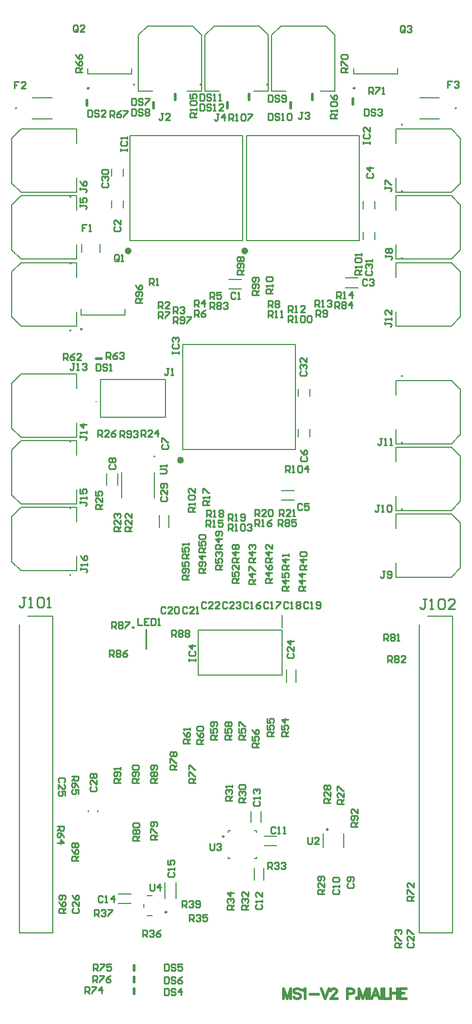
<source format=gto>
G04*
G04 #@! TF.GenerationSoftware,Altium Limited,Altium Designer,23.7.1 (13)*
G04*
G04 Layer_Color=65535*
%FSLAX25Y25*%
%MOIN*%
G70*
G04*
G04 #@! TF.SameCoordinates,971C37BE-97D5-4A50-9DA2-DA4AE9E2F4D9*
G04*
G04*
G04 #@! TF.FilePolarity,Positive*
G04*
G01*
G75*
%ADD10C,0.00787*%
%ADD11C,0.00984*%
%ADD12C,0.01968*%
%ADD13C,0.00500*%
%ADD14C,0.01575*%
%ADD15C,0.01000*%
%ADD16C,0.01500*%
D10*
X53502Y362000D02*
G03*
X53895Y362000I197J0D01*
G01*
D02*
G03*
X53502Y362000I-197J0D01*
G01*
D02*
G03*
X53895Y362000I197J0D01*
G01*
X89156Y329146D02*
G03*
X89156Y329146I-394J0D01*
G01*
X237746Y297354D02*
G03*
X237746Y297354I-394J0D01*
G01*
X269748Y537606D02*
G03*
X269748Y538394I0J394D01*
G01*
D02*
G03*
X269748Y537606I0J-394D01*
G01*
X38742Y484846D02*
G03*
X38742Y484846I-394J0D01*
G01*
Y444846D02*
G03*
X38742Y444846I-394J0D01*
G01*
X5752Y538394D02*
G03*
X5752Y537606I0J-394D01*
G01*
D02*
G03*
X5752Y538394I0J394D01*
G01*
X237746Y488154D02*
G03*
X237746Y488154I-394J0D01*
G01*
Y528154D02*
G03*
X237746Y528154I-394J0D01*
G01*
X76935Y552182D02*
G03*
X76935Y552182I-394J0D01*
G01*
X156940Y552174D02*
G03*
X156940Y552174I-394J0D01*
G01*
X237746Y337353D02*
G03*
X237746Y337353I-394J0D01*
G01*
Y448054D02*
G03*
X237746Y448054I-394J0D01*
G01*
X38742Y337947D02*
G03*
X38742Y337947I-394J0D01*
G01*
Y297947D02*
G03*
X38742Y297947I-394J0D01*
G01*
Y257946D02*
G03*
X38742Y257946I-394J0D01*
G01*
Y404746D02*
G03*
X38742Y404746I-394J0D01*
G01*
X116940Y552174D02*
G03*
X116940Y552174I-394J0D01*
G01*
X237746Y377354D02*
G03*
X237746Y377354I-394J0D01*
G01*
X56454Y352748D02*
Y375386D01*
X95431D01*
Y352748D02*
Y375386D01*
X56454Y352748D02*
X95431D01*
X60154Y312055D02*
Y318945D01*
X66858Y312076D02*
Y318966D01*
X91646Y286504D02*
Y293984D01*
X97354Y286504D02*
Y293984D01*
X165260Y302846D02*
X172740D01*
X165260Y308554D02*
X172740D01*
X83902Y213595D02*
X84098D01*
X83902Y225406D02*
X84098D01*
X83902Y213595D02*
Y225406D01*
X84098Y213595D02*
Y225406D01*
X70989Y414035D02*
Y417579D01*
X44611Y414035D02*
X70989D01*
X44611D02*
Y417579D01*
X182043Y365236D02*
Y369764D01*
X174957Y365236D02*
Y369764D01*
X70043Y497236D02*
Y501764D01*
X62957Y497236D02*
Y501764D01*
X213957Y459236D02*
Y463764D01*
X221043Y459236D02*
Y463764D01*
X174957Y341043D02*
Y345571D01*
X182043Y341043D02*
Y345571D01*
X221043Y477736D02*
Y482264D01*
X213957Y477736D02*
Y482264D01*
X62957Y478236D02*
Y482764D01*
X70043Y478236D02*
Y482764D01*
X105620Y396174D02*
X173336D01*
Y333182D02*
Y396174D01*
X105620Y333182D02*
X173336D01*
X105620D02*
Y396174D01*
X144220Y521774D02*
X211936D01*
Y458782D02*
Y521774D01*
X144220Y458782D02*
X211936D01*
X144220D02*
Y521774D01*
X133235Y103485D02*
Y104765D01*
X134515D01*
X133235Y87835D02*
Y89115D01*
Y87835D02*
X134515D01*
X148885D02*
X150165D01*
Y89115D01*
Y103485D02*
Y104765D01*
X148885D02*
X150165D01*
X154760Y95546D02*
X162240D01*
X154760Y101254D02*
X162240D01*
X154354Y74860D02*
Y82340D01*
X148646Y74860D02*
Y82340D01*
X152653Y109754D02*
Y116446D01*
X146747Y109754D02*
Y116446D01*
X203560Y436154D02*
X211040D01*
X203560Y430446D02*
X211040D01*
X133560Y435354D02*
X141040D01*
X133560Y429646D02*
X141040D01*
X48711Y558535D02*
Y562079D01*
Y558535D02*
X75089D01*
Y562079D01*
X74220Y458782D02*
Y521774D01*
Y458782D02*
X141936D01*
Y521774D01*
X74220D02*
X141936D01*
X56212Y451539D02*
Y456461D01*
X45188Y451539D02*
Y456461D01*
X208411Y558535D02*
Y562079D01*
Y558535D02*
X234789D01*
Y562079D01*
X248095Y531622D02*
X259906D01*
X248095Y544378D02*
X259906D01*
X15595D02*
X27406D01*
X15595Y531622D02*
X27406D01*
X84505Y53536D02*
X87458D01*
X82537Y58457D02*
Y60623D01*
X84505Y65544D02*
X87458D01*
X95130Y64052D02*
Y73548D01*
X101870Y64052D02*
Y73548D01*
X67260Y66654D02*
X74740D01*
X67260Y60946D02*
X74740D01*
X190199Y94766D02*
Y103034D01*
X202601Y94766D02*
Y103034D01*
X165556Y226164D02*
Y233841D01*
X115103Y224786D02*
X165497D01*
X115103Y198014D02*
Y224786D01*
Y198014D02*
X165497D01*
Y224786D01*
X167946Y193660D02*
Y201140D01*
X173654Y193660D02*
Y201140D01*
X49146Y115909D02*
Y117091D01*
X54854Y115909D02*
Y117091D01*
X7795Y43386D02*
Y228386D01*
Y43386D02*
X27795D01*
Y233386D01*
X12795D02*
X27795D01*
X247795Y43386D02*
Y228386D01*
Y43386D02*
X267795D01*
Y233386D01*
X252795D02*
X267795D01*
D11*
X76500Y226500D02*
G03*
X76500Y226500I-492J0D01*
G01*
X45379Y405571D02*
G03*
X45379Y405571I-492J0D01*
G01*
X130578Y101221D02*
G03*
X130578Y101221I-492J0D01*
G01*
X49479Y550071D02*
G03*
X49479Y550071I-492J0D01*
G01*
X209179D02*
G03*
X209179Y550071I-492J0D01*
G01*
X96120Y55800D02*
G03*
X96120Y55800I-492J0D01*
G01*
X193053Y105298D02*
G03*
X193053Y105298I-492J0D01*
G01*
D12*
X105531Y326813D02*
G03*
X105531Y326813I-1087J0D01*
G01*
X144131Y452413D02*
G03*
X144131Y452413I-1087J0D01*
G01*
X74131D02*
G03*
X74131Y452413I-1087J0D01*
G01*
D13*
X68959Y304323D02*
Y319677D01*
X88841Y304323D02*
Y319677D01*
X233612Y286015D02*
Y294696D01*
Y256704D02*
Y265385D01*
Y294696D02*
X267076D01*
X272588Y289184D01*
Y262216D02*
Y289184D01*
X267076Y256704D02*
X272588Y262216D01*
X233612Y256704D02*
X267076D01*
X42088Y487504D02*
Y496185D01*
Y516815D02*
Y525496D01*
X8624Y487504D02*
X42088D01*
X3112Y493016D02*
X8624Y487504D01*
X3112Y493016D02*
Y519984D01*
X8624Y525496D01*
X42088D01*
Y447504D02*
Y456185D01*
Y476815D02*
Y485496D01*
X8624Y447504D02*
X42088D01*
X3112Y453016D02*
X8624Y447504D01*
X3112Y453016D02*
Y479984D01*
X8624Y485496D01*
X42088D01*
X233612Y476815D02*
Y485496D01*
Y447504D02*
Y456185D01*
Y485496D02*
X267076D01*
X272588Y479984D01*
Y453016D02*
Y479984D01*
X267076Y447504D02*
X272588Y453016D01*
X233612Y447504D02*
X267076D01*
X233612Y516815D02*
Y525496D01*
Y487504D02*
Y496185D01*
Y525496D02*
X267076D01*
X272588Y519984D01*
Y493016D02*
Y519984D01*
X267076Y487504D02*
X272588Y493016D01*
X233612Y487504D02*
X267076D01*
X79198Y548442D02*
X87880D01*
X108509D02*
X117191D01*
X79198D02*
Y581906D01*
X84710Y587418D01*
X111679D01*
X117191Y581906D01*
Y548442D02*
Y581906D01*
X159204Y548434D02*
X167885D01*
X188515D02*
X197196D01*
X159204D02*
Y581898D01*
X164716Y587410D01*
X191684D01*
X197196Y581898D01*
Y548434D02*
Y581898D01*
X233612Y326015D02*
Y334696D01*
Y296704D02*
Y305385D01*
Y334696D02*
X267076D01*
X272588Y329184D01*
Y302216D02*
Y329184D01*
X267076Y296704D02*
X272588Y302216D01*
X233612Y296704D02*
X267076D01*
X233612Y436715D02*
Y445396D01*
Y407404D02*
Y416085D01*
Y445396D02*
X267076D01*
X272588Y439884D01*
Y412916D02*
Y439884D01*
X267076Y407404D02*
X272588Y412916D01*
X233612Y407404D02*
X267076D01*
X42088Y340604D02*
Y349285D01*
Y369915D02*
Y378596D01*
X8624Y340604D02*
X42088D01*
X3112Y346116D02*
X8624Y340604D01*
X3112Y346116D02*
Y373084D01*
X8624Y378596D01*
X42088D01*
Y300604D02*
Y309285D01*
Y329915D02*
Y338596D01*
X8624Y300604D02*
X42088D01*
X3112Y306116D02*
X8624Y300604D01*
X3112Y306116D02*
Y333084D01*
X8624Y338596D01*
X42088D01*
Y260604D02*
Y269285D01*
Y289915D02*
Y298596D01*
X8624Y260604D02*
X42088D01*
X3112Y266116D02*
X8624Y260604D01*
X3112Y266116D02*
Y293084D01*
X8624Y298596D01*
X42088D01*
Y407404D02*
Y416085D01*
Y436715D02*
Y445396D01*
X8624Y407404D02*
X42088D01*
X3112Y412916D02*
X8624Y407404D01*
X3112Y412916D02*
Y439884D01*
X8624Y445396D01*
X42088D01*
X119204Y548434D02*
X127885D01*
X148515D02*
X157196D01*
X119204D02*
Y581898D01*
X124716Y587410D01*
X151684D01*
X157196Y581898D01*
Y548434D02*
Y581898D01*
X233612Y366015D02*
Y374696D01*
Y336704D02*
Y345385D01*
Y374696D02*
X267076D01*
X272588Y369184D01*
Y342216D02*
Y369184D01*
X267076Y336704D02*
X272588Y342216D01*
X233612Y336704D02*
X267076D01*
D14*
X76504Y6925D02*
Y10074D01*
Y20925D02*
Y24074D01*
Y13925D02*
Y17075D01*
X132504Y538425D02*
Y541574D01*
X145496Y543426D02*
Y546575D01*
X170504Y538425D02*
Y541574D01*
X183496Y543426D02*
Y546575D01*
X88004Y538425D02*
Y541574D01*
X100996Y543426D02*
Y546575D01*
X53626Y387804D02*
X56775D01*
X207657Y540725D02*
Y543875D01*
X48004Y539925D02*
Y543075D01*
D15*
X197168Y418001D02*
Y421999D01*
X199168D01*
X199834Y421333D01*
Y420000D01*
X199168Y419334D01*
X197168D01*
X198501D02*
X199834Y418001D01*
X201167Y421333D02*
X201834Y421999D01*
X203167D01*
X203833Y421333D01*
Y420666D01*
X203167Y420000D01*
X203833Y419334D01*
Y418667D01*
X203167Y418001D01*
X201834D01*
X201167Y418667D01*
Y419334D01*
X201834Y420000D01*
X201167Y420666D01*
Y421333D01*
X201834Y420000D02*
X203167D01*
X207165Y418001D02*
Y421999D01*
X205166Y420000D01*
X207832D01*
X176667Y380334D02*
X176001Y379668D01*
Y378335D01*
X176667Y377668D01*
X179333D01*
X179999Y378335D01*
Y379668D01*
X179333Y380334D01*
X176667Y381667D02*
X176001Y382334D01*
Y383666D01*
X176667Y384333D01*
X177333D01*
X178000Y383666D01*
Y383000D01*
Y383666D01*
X178666Y384333D01*
X179333D01*
X179999Y383666D01*
Y382334D01*
X179333Y381667D01*
X179999Y388332D02*
Y385666D01*
X177333Y388332D01*
X176667D01*
X176001Y387665D01*
Y386332D01*
X176667Y385666D01*
X216167Y440501D02*
X215501Y439834D01*
Y438501D01*
X216167Y437835D01*
X218833D01*
X219499Y438501D01*
Y439834D01*
X218833Y440501D01*
X216167Y441834D02*
X215501Y442500D01*
Y443833D01*
X216167Y444499D01*
X216834D01*
X217500Y443833D01*
Y443166D01*
Y443833D01*
X218166Y444499D01*
X218833D01*
X219499Y443833D01*
Y442500D01*
X218833Y441834D01*
X219499Y445832D02*
Y447165D01*
Y446499D01*
X215501D01*
X216167Y445832D01*
X57667Y493334D02*
X57001Y492668D01*
Y491335D01*
X57667Y490668D01*
X60333D01*
X60999Y491335D01*
Y492668D01*
X60333Y493334D01*
X57667Y494667D02*
X57001Y495334D01*
Y496666D01*
X57667Y497333D01*
X58334D01*
X59000Y496666D01*
Y496000D01*
Y496666D01*
X59666Y497333D01*
X60333D01*
X60999Y496666D01*
Y495334D01*
X60333Y494667D01*
X57667Y498666D02*
X57001Y499332D01*
Y500665D01*
X57667Y501332D01*
X60333D01*
X60999Y500665D01*
Y499332D01*
X60333Y498666D01*
X57667D01*
X78835Y231999D02*
Y228001D01*
X81501D01*
X85500Y231999D02*
X82834D01*
Y228001D01*
X85500D01*
X82834Y230000D02*
X84167D01*
X86833Y231999D02*
Y228001D01*
X88832D01*
X89499Y228667D01*
Y231333D01*
X88832Y231999D01*
X86833D01*
X90832Y228001D02*
X92164D01*
X91498D01*
Y231999D01*
X90832Y231333D01*
X133502Y530501D02*
Y534499D01*
X135502D01*
X136168Y533833D01*
Y532500D01*
X135502Y531834D01*
X133502D01*
X134835D02*
X136168Y530501D01*
X137501D02*
X138834D01*
X138167D01*
Y534499D01*
X137501Y533833D01*
X140833D02*
X141500Y534499D01*
X142833D01*
X143499Y533833D01*
Y531167D01*
X142833Y530501D01*
X141500D01*
X140833Y531167D01*
Y533833D01*
X144832Y534499D02*
X147498D01*
Y533833D01*
X144832Y531167D01*
Y530501D01*
X198499Y532002D02*
X194501D01*
Y534002D01*
X195167Y534668D01*
X196500D01*
X197167Y534002D01*
Y532002D01*
Y533335D02*
X198499Y534668D01*
Y536001D02*
Y537334D01*
Y536667D01*
X194501D01*
X195167Y536001D01*
Y539333D02*
X194501Y540000D01*
Y541333D01*
X195167Y541999D01*
X197833D01*
X198499Y541333D01*
Y540000D01*
X197833Y539333D01*
X195167D01*
X194501Y545998D02*
X195167Y544665D01*
X196500Y543332D01*
X197833D01*
X198499Y543998D01*
Y545331D01*
X197833Y545998D01*
X197167D01*
X196500Y545331D01*
Y543332D01*
X113999Y532502D02*
X110001D01*
Y534502D01*
X110667Y535168D01*
X112000D01*
X112666Y534502D01*
Y532502D01*
Y533835D02*
X113999Y535168D01*
Y536501D02*
Y537834D01*
Y537167D01*
X110001D01*
X110667Y536501D01*
Y539833D02*
X110001Y540500D01*
Y541833D01*
X110667Y542499D01*
X113333D01*
X113999Y541833D01*
Y540500D01*
X113333Y539833D01*
X110667D01*
X110001Y546498D02*
Y543832D01*
X112000D01*
X111334Y545165D01*
Y545831D01*
X112000Y546498D01*
X113333D01*
X113999Y545831D01*
Y544498D01*
X113333Y543832D01*
X116002Y540499D02*
Y536501D01*
X118002D01*
X118668Y537167D01*
Y539833D01*
X118002Y540499D01*
X116002D01*
X122667Y539833D02*
X122000Y540499D01*
X120667D01*
X120001Y539833D01*
Y539166D01*
X120667Y538500D01*
X122000D01*
X122667Y537834D01*
Y537167D01*
X122000Y536501D01*
X120667D01*
X120001Y537167D01*
X124000Y536501D02*
X125333D01*
X124666D01*
Y540499D01*
X124000Y539833D01*
X129998Y536501D02*
X127332D01*
X129998Y539166D01*
Y539833D01*
X129331Y540499D01*
X127998D01*
X127332Y539833D01*
X116169Y546499D02*
Y542501D01*
X118168D01*
X118834Y543167D01*
Y545833D01*
X118168Y546499D01*
X116169D01*
X122833Y545833D02*
X122167Y546499D01*
X120834D01*
X120167Y545833D01*
Y545166D01*
X120834Y544500D01*
X122167D01*
X122833Y543834D01*
Y543167D01*
X122167Y542501D01*
X120834D01*
X120167Y543167D01*
X124166Y542501D02*
X125499D01*
X124833D01*
Y546499D01*
X124166Y545833D01*
X127498Y542501D02*
X128831D01*
X128165D01*
Y546499D01*
X127498Y545833D01*
X157002Y534999D02*
Y531001D01*
X159002D01*
X159668Y531667D01*
Y534333D01*
X159002Y534999D01*
X157002D01*
X163667Y534333D02*
X163000Y534999D01*
X161667D01*
X161001Y534333D01*
Y533666D01*
X161667Y533000D01*
X163000D01*
X163667Y532334D01*
Y531667D01*
X163000Y531001D01*
X161667D01*
X161001Y531667D01*
X165000Y531001D02*
X166333D01*
X165666D01*
Y534999D01*
X165000Y534333D01*
X168332D02*
X168998Y534999D01*
X170331D01*
X170998Y534333D01*
Y531667D01*
X170331Y531001D01*
X168998D01*
X168332Y531667D01*
Y534333D01*
X157168Y545999D02*
Y542001D01*
X159168D01*
X159834Y542667D01*
Y545333D01*
X159168Y545999D01*
X157168D01*
X163833Y545333D02*
X163166Y545999D01*
X161834D01*
X161167Y545333D01*
Y544666D01*
X161834Y544000D01*
X163166D01*
X163833Y543334D01*
Y542667D01*
X163166Y542001D01*
X161834D01*
X161167Y542667D01*
X165166D02*
X165832Y542001D01*
X167165D01*
X167832Y542667D01*
Y545333D01*
X167165Y545999D01*
X165832D01*
X165166Y545333D01*
Y544666D01*
X165832Y544000D01*
X167832D01*
X75168Y537499D02*
Y533501D01*
X77168D01*
X77834Y534167D01*
Y536833D01*
X77168Y537499D01*
X75168D01*
X81833Y536833D02*
X81166Y537499D01*
X79834D01*
X79167Y536833D01*
Y536166D01*
X79834Y535500D01*
X81166D01*
X81833Y534834D01*
Y534167D01*
X81166Y533501D01*
X79834D01*
X79167Y534167D01*
X83166Y536833D02*
X83832Y537499D01*
X85165D01*
X85832Y536833D01*
Y536166D01*
X85165Y535500D01*
X85832Y534834D01*
Y534167D01*
X85165Y533501D01*
X83832D01*
X83166Y534167D01*
Y534834D01*
X83832Y535500D01*
X83166Y536166D01*
Y536833D01*
X83832Y535500D02*
X85165D01*
X75268Y543999D02*
Y540001D01*
X77268D01*
X77934Y540667D01*
Y543333D01*
X77268Y543999D01*
X75268D01*
X81933Y543333D02*
X81266Y543999D01*
X79934D01*
X79267Y543333D01*
Y542666D01*
X79934Y542000D01*
X81266D01*
X81933Y541334D01*
Y540667D01*
X81266Y540001D01*
X79934D01*
X79267Y540667D01*
X83266Y543999D02*
X85932D01*
Y543333D01*
X83266Y540667D01*
Y540001D01*
X167502Y319501D02*
Y323499D01*
X169502D01*
X170168Y322833D01*
Y321500D01*
X169502Y320834D01*
X167502D01*
X168835D02*
X170168Y319501D01*
X171501D02*
X172834D01*
X172167D01*
Y323499D01*
X171501Y322833D01*
X174833D02*
X175500Y323499D01*
X176833D01*
X177499Y322833D01*
Y320167D01*
X176833Y319501D01*
X175500D01*
X174833Y320167D01*
Y322833D01*
X180831Y319501D02*
Y323499D01*
X178832Y321500D01*
X181498D01*
X133002Y284501D02*
Y288499D01*
X135002D01*
X135668Y287833D01*
Y286500D01*
X135002Y285834D01*
X133002D01*
X134335D02*
X135668Y284501D01*
X137001D02*
X138334D01*
X137667D01*
Y288499D01*
X137001Y287833D01*
X140333D02*
X141000Y288499D01*
X142333D01*
X142999Y287833D01*
Y285167D01*
X142333Y284501D01*
X141000D01*
X140333Y285167D01*
Y287833D01*
X144332D02*
X144998Y288499D01*
X146331D01*
X146998Y287833D01*
Y287166D01*
X146331Y286500D01*
X145665D01*
X146331D01*
X146998Y285834D01*
Y285167D01*
X146331Y284501D01*
X144998D01*
X144332Y285167D01*
X112999Y296002D02*
X109001D01*
Y298002D01*
X109667Y298668D01*
X111000D01*
X111667Y298002D01*
Y296002D01*
Y297335D02*
X112999Y298668D01*
Y300001D02*
Y301334D01*
Y300667D01*
X109001D01*
X109667Y300001D01*
Y303333D02*
X109001Y304000D01*
Y305333D01*
X109667Y305999D01*
X112333D01*
X112999Y305333D01*
Y304000D01*
X112333Y303333D01*
X109667D01*
X112999Y309998D02*
Y307332D01*
X110334Y309998D01*
X109667D01*
X109001Y309331D01*
Y307998D01*
X109667Y307332D01*
X212999Y438169D02*
X209001D01*
Y440168D01*
X209667Y440835D01*
X211000D01*
X211666Y440168D01*
Y438169D01*
Y439502D02*
X212999Y440835D01*
Y442167D02*
Y443500D01*
Y442834D01*
X209001D01*
X209667Y442167D01*
Y445500D02*
X209001Y446166D01*
Y447499D01*
X209667Y448166D01*
X212333D01*
X212999Y447499D01*
Y446166D01*
X212333Y445500D01*
X209667D01*
X212999Y449498D02*
Y450831D01*
Y450165D01*
X209001D01*
X209667Y449498D01*
X169002Y409501D02*
Y413499D01*
X171002D01*
X171668Y412833D01*
Y411500D01*
X171002Y410834D01*
X169002D01*
X170335D02*
X171668Y409501D01*
X173001D02*
X174334D01*
X173667D01*
Y413499D01*
X173001Y412833D01*
X176333D02*
X177000Y413499D01*
X178333D01*
X178999Y412833D01*
Y410167D01*
X178333Y409501D01*
X177000D01*
X176333Y410167D01*
Y412833D01*
X180332D02*
X180998Y413499D01*
X182331D01*
X182998Y412833D01*
Y410167D01*
X182331Y409501D01*
X180998D01*
X180332Y410167D01*
Y412833D01*
X151399Y425824D02*
X147401D01*
Y427824D01*
X148067Y428490D01*
X149400D01*
X150066Y427824D01*
Y425824D01*
Y427157D02*
X151399Y428490D01*
X150733Y429823D02*
X151399Y430489D01*
Y431822D01*
X150733Y432489D01*
X148067D01*
X147401Y431822D01*
Y430489D01*
X148067Y429823D01*
X148733D01*
X149400Y430489D01*
Y432489D01*
X150733Y433822D02*
X151399Y434488D01*
Y435821D01*
X150733Y436487D01*
X148067D01*
X147401Y435821D01*
Y434488D01*
X148067Y433822D01*
X148733D01*
X149400Y434488D01*
Y436487D01*
X142499Y438168D02*
X138501D01*
Y440168D01*
X139167Y440834D01*
X140500D01*
X141166Y440168D01*
Y438168D01*
Y439501D02*
X142499Y440834D01*
X141833Y442167D02*
X142499Y442834D01*
Y444166D01*
X141833Y444833D01*
X139167D01*
X138501Y444166D01*
Y442834D01*
X139167Y442167D01*
X139833D01*
X140500Y442834D01*
Y444833D01*
X139167Y446166D02*
X138501Y446832D01*
Y448165D01*
X139167Y448832D01*
X139833D01*
X140500Y448165D01*
X141166Y448832D01*
X141833D01*
X142499Y448165D01*
Y446832D01*
X141833Y446166D01*
X141166D01*
X140500Y446832D01*
X139833Y446166D01*
X139167D01*
X140500Y446832D02*
Y448165D01*
X100168Y409001D02*
Y412999D01*
X102168D01*
X102834Y412333D01*
Y411000D01*
X102168Y410334D01*
X100168D01*
X101501D02*
X102834Y409001D01*
X104167Y409667D02*
X104833Y409001D01*
X106167D01*
X106833Y409667D01*
Y412333D01*
X106167Y412999D01*
X104833D01*
X104167Y412333D01*
Y411666D01*
X104833Y411000D01*
X106833D01*
X108166Y412999D02*
X110832D01*
Y412333D01*
X108166Y409667D01*
Y409001D01*
X81499Y421168D02*
X77501D01*
Y423168D01*
X78167Y423834D01*
X79500D01*
X80166Y423168D01*
Y421168D01*
Y422501D02*
X81499Y423834D01*
X80833Y425167D02*
X81499Y425834D01*
Y427166D01*
X80833Y427833D01*
X78167D01*
X77501Y427166D01*
Y425834D01*
X78167Y425167D01*
X78834D01*
X79500Y425834D01*
Y427833D01*
X77501Y431832D02*
X78167Y430499D01*
X79500Y429166D01*
X80833D01*
X81499Y429832D01*
Y431165D01*
X80833Y431832D01*
X80166D01*
X79500Y431165D01*
Y429166D01*
X109499Y255168D02*
X105501D01*
Y257168D01*
X106167Y257834D01*
X107500D01*
X108167Y257168D01*
Y255168D01*
Y256501D02*
X109499Y257834D01*
X108833Y259167D02*
X109499Y259834D01*
Y261166D01*
X108833Y261833D01*
X106167D01*
X105501Y261166D01*
Y259834D01*
X106167Y259167D01*
X106834D01*
X107500Y259834D01*
Y261833D01*
X105501Y265832D02*
Y263166D01*
X107500D01*
X106834Y264499D01*
Y265165D01*
X107500Y265832D01*
X108833D01*
X109499Y265165D01*
Y263832D01*
X108833Y263166D01*
X119499Y259168D02*
X115501D01*
Y261168D01*
X116167Y261834D01*
X117500D01*
X118166Y261168D01*
Y259168D01*
Y260501D02*
X119499Y261834D01*
X118833Y263167D02*
X119499Y263834D01*
Y265166D01*
X118833Y265833D01*
X116167D01*
X115501Y265166D01*
Y263834D01*
X116167Y263167D01*
X116833D01*
X117500Y263834D01*
Y265833D01*
X119499Y269165D02*
X115501D01*
X117500Y267166D01*
Y269832D01*
X44501Y262167D02*
Y260835D01*
Y261501D01*
X47833D01*
X48499Y260835D01*
Y260168D01*
X47833Y259502D01*
X48499Y263500D02*
Y264833D01*
Y264167D01*
X44501D01*
X45167Y263500D01*
X44501Y269498D02*
X45167Y268165D01*
X46500Y266833D01*
X47833D01*
X48499Y267499D01*
Y268832D01*
X47833Y269498D01*
X47166D01*
X46500Y268832D01*
Y266833D01*
X44001Y302167D02*
Y300834D01*
Y301501D01*
X47333D01*
X47999Y300834D01*
Y300168D01*
X47333Y299502D01*
X47999Y303500D02*
Y304833D01*
Y304167D01*
X44001D01*
X44667Y303500D01*
X44001Y309498D02*
Y306833D01*
X46000D01*
X45334Y308166D01*
Y308832D01*
X46000Y309498D01*
X47333D01*
X47999Y308832D01*
Y307499D01*
X47333Y306833D01*
X44001Y341667D02*
Y340335D01*
Y341001D01*
X47333D01*
X47999Y340335D01*
Y339668D01*
X47333Y339002D01*
X47999Y343000D02*
Y344333D01*
Y343667D01*
X44001D01*
X44667Y343000D01*
X47999Y348332D02*
X44001D01*
X46000Y346333D01*
Y348998D01*
X40767Y385099D02*
X39434D01*
X40101D01*
Y381767D01*
X39434Y381101D01*
X38768D01*
X38102Y381767D01*
X42100Y381101D02*
X43433D01*
X42767D01*
Y385099D01*
X42100Y384433D01*
X45433D02*
X46099Y385099D01*
X47432D01*
X48098Y384433D01*
Y383766D01*
X47432Y383100D01*
X46766D01*
X47432D01*
X48098Y382434D01*
Y381767D01*
X47432Y381101D01*
X46099D01*
X45433Y381767D01*
X227001Y409692D02*
Y408359D01*
Y409025D01*
X230333D01*
X230999Y408359D01*
Y407692D01*
X230333Y407026D01*
X230999Y411025D02*
Y412358D01*
Y411691D01*
X227001D01*
X227667Y411025D01*
X230999Y417023D02*
Y414357D01*
X228334Y417023D01*
X227667D01*
X227001Y416356D01*
Y415023D01*
X227667Y414357D01*
X225312Y339899D02*
X223979D01*
X224645D01*
Y336567D01*
X223979Y335901D01*
X223312D01*
X222646Y336567D01*
X226645Y335901D02*
X227978D01*
X227311D01*
Y339899D01*
X226645Y339233D01*
X229977Y335901D02*
X231310D01*
X230643D01*
Y339899D01*
X229977Y339233D01*
X223645Y299899D02*
X222312D01*
X222979D01*
Y296567D01*
X222312Y295901D01*
X221646D01*
X220980Y296567D01*
X224978Y295901D02*
X226311D01*
X225645D01*
Y299899D01*
X224978Y299233D01*
X228310D02*
X228977Y299899D01*
X230310D01*
X230976Y299233D01*
Y296567D01*
X230310Y295901D01*
X228977D01*
X228310Y296567D01*
Y299233D01*
X227211Y260299D02*
X225879D01*
X226545D01*
Y256967D01*
X225879Y256301D01*
X225212D01*
X224546Y256967D01*
X228544D02*
X229211Y256301D01*
X230544D01*
X231210Y256967D01*
Y259633D01*
X230544Y260299D01*
X229211D01*
X228544Y259633D01*
Y258966D01*
X229211Y258300D01*
X231210D01*
X227501Y449834D02*
Y448501D01*
Y449167D01*
X230833D01*
X231499Y448501D01*
Y447834D01*
X230833Y447168D01*
X228167Y451166D02*
X227501Y451833D01*
Y453166D01*
X228167Y453832D01*
X228834D01*
X229500Y453166D01*
X230166Y453832D01*
X230833D01*
X231499Y453166D01*
Y451833D01*
X230833Y451166D01*
X230166D01*
X229500Y451833D01*
X228834Y451166D01*
X228167D01*
X229500Y451833D02*
Y453166D01*
X227001Y490834D02*
Y489501D01*
Y490167D01*
X230333D01*
X230999Y489501D01*
Y488834D01*
X230333Y488168D01*
X227001Y492167D02*
Y494832D01*
X227667D01*
X230333Y492167D01*
X230999D01*
X44001Y490334D02*
Y489001D01*
Y489667D01*
X47333D01*
X47999Y489001D01*
Y488334D01*
X47333Y487668D01*
X44001Y494332D02*
X44667Y492999D01*
X46000Y491667D01*
X47333D01*
X47999Y492333D01*
Y493666D01*
X47333Y494332D01*
X46666D01*
X46000Y493666D01*
Y491667D01*
X44001Y480334D02*
Y479001D01*
Y479667D01*
X47333D01*
X47999Y479001D01*
Y478334D01*
X47333Y477668D01*
X44001Y484332D02*
Y481667D01*
X46000D01*
X45334Y482999D01*
Y483666D01*
X46000Y484332D01*
X47333D01*
X47999Y483666D01*
Y482333D01*
X47333Y481667D01*
X127333Y534499D02*
X126001D01*
X126667D01*
Y531167D01*
X126001Y530501D01*
X125334D01*
X124668Y531167D01*
X130666Y530501D02*
Y534499D01*
X128666Y532500D01*
X131332D01*
X177734Y535699D02*
X176401D01*
X177067D01*
Y532367D01*
X176401Y531701D01*
X175734D01*
X175068Y532367D01*
X179067Y535033D02*
X179733Y535699D01*
X181066D01*
X181732Y535033D01*
Y534366D01*
X181066Y533700D01*
X180399D01*
X181066D01*
X181732Y533034D01*
Y532367D01*
X181066Y531701D01*
X179733D01*
X179067Y532367D01*
X94234Y534999D02*
X92901D01*
X93567D01*
Y531667D01*
X92901Y531001D01*
X92234D01*
X91568Y531667D01*
X98232Y531001D02*
X95566D01*
X98232Y533666D01*
Y534333D01*
X97566Y534999D01*
X96233D01*
X95566Y534333D01*
X86168Y72499D02*
Y69167D01*
X86834Y68501D01*
X88167D01*
X88834Y69167D01*
Y72499D01*
X92166Y68501D02*
Y72499D01*
X90166Y70500D01*
X92832D01*
X122168Y96999D02*
Y93667D01*
X122834Y93001D01*
X124167D01*
X124834Y93667D01*
Y96999D01*
X126166Y96333D02*
X126833Y96999D01*
X128166D01*
X128832Y96333D01*
Y95666D01*
X128166Y95000D01*
X127499D01*
X128166D01*
X128832Y94334D01*
Y93667D01*
X128166Y93001D01*
X126833D01*
X126166Y93667D01*
X180668Y100499D02*
Y97167D01*
X181334Y96501D01*
X182667D01*
X183334Y97167D01*
Y100499D01*
X187332Y96501D02*
X184667D01*
X187332Y99166D01*
Y99833D01*
X186666Y100499D01*
X185333D01*
X184667Y99833D01*
X92001Y318834D02*
X95333D01*
X95999Y319501D01*
Y320834D01*
X95333Y321500D01*
X92001D01*
X95999Y322833D02*
Y324166D01*
Y323499D01*
X92001D01*
X92667Y322833D01*
X68168Y340501D02*
Y344499D01*
X70168D01*
X70834Y343833D01*
Y342500D01*
X70168Y341834D01*
X68168D01*
X69501D02*
X70834Y340501D01*
X72167Y341167D02*
X72834Y340501D01*
X74166D01*
X74833Y341167D01*
Y343833D01*
X74166Y344499D01*
X72834D01*
X72167Y343833D01*
Y343166D01*
X72834Y342500D01*
X74833D01*
X76166Y343833D02*
X76832Y344499D01*
X78165D01*
X78832Y343833D01*
Y343166D01*
X78165Y342500D01*
X77499D01*
X78165D01*
X78832Y341834D01*
Y341167D01*
X78165Y340501D01*
X76832D01*
X76166Y341167D01*
X210699Y106868D02*
X206701D01*
Y108868D01*
X207367Y109534D01*
X208700D01*
X209366Y108868D01*
Y106868D01*
Y108201D02*
X210699Y109534D01*
X210033Y110867D02*
X210699Y111533D01*
Y112866D01*
X210033Y113533D01*
X207367D01*
X206701Y112866D01*
Y111533D01*
X207367Y110867D01*
X208034D01*
X208700Y111533D01*
Y113533D01*
X210699Y117532D02*
Y114866D01*
X208034Y117532D01*
X207367D01*
X206701Y116865D01*
Y115532D01*
X207367Y114866D01*
X68499Y133335D02*
X64501D01*
Y135334D01*
X65167Y136001D01*
X66500D01*
X67166Y135334D01*
Y133335D01*
Y134668D02*
X68499Y136001D01*
X67833Y137334D02*
X68499Y138000D01*
Y139333D01*
X67833Y139999D01*
X65167D01*
X64501Y139333D01*
Y138000D01*
X65167Y137334D01*
X65834D01*
X66500Y138000D01*
Y139999D01*
X68499Y141332D02*
Y142665D01*
Y141999D01*
X64501D01*
X65167Y141332D01*
X79499Y133168D02*
X75501D01*
Y135168D01*
X76167Y135834D01*
X77500D01*
X78166Y135168D01*
Y133168D01*
Y134501D02*
X79499Y135834D01*
X78833Y137167D02*
X79499Y137833D01*
Y139166D01*
X78833Y139833D01*
X76167D01*
X75501Y139166D01*
Y137833D01*
X76167Y137167D01*
X76834D01*
X77500Y137833D01*
Y139833D01*
X76167Y141166D02*
X75501Y141832D01*
Y143165D01*
X76167Y143832D01*
X78833D01*
X79499Y143165D01*
Y141832D01*
X78833Y141166D01*
X76167D01*
X90499Y133168D02*
X86501D01*
Y135168D01*
X87167Y135834D01*
X88500D01*
X89166Y135168D01*
Y133168D01*
Y134501D02*
X90499Y135834D01*
X87167Y137167D02*
X86501Y137833D01*
Y139166D01*
X87167Y139833D01*
X87834D01*
X88500Y139166D01*
X89166Y139833D01*
X89833D01*
X90499Y139166D01*
Y137833D01*
X89833Y137167D01*
X89166D01*
X88500Y137833D01*
X87834Y137167D01*
X87167D01*
X88500Y137833D02*
Y139166D01*
X89833Y141166D02*
X90499Y141832D01*
Y143165D01*
X89833Y143832D01*
X87167D01*
X86501Y143165D01*
Y141832D01*
X87167Y141166D01*
X87834D01*
X88500Y141832D01*
Y143832D01*
X99168Y221001D02*
Y224999D01*
X101168D01*
X101834Y224333D01*
Y223000D01*
X101168Y222334D01*
X99168D01*
X100501D02*
X101834Y221001D01*
X103167Y224333D02*
X103833Y224999D01*
X105166D01*
X105833Y224333D01*
Y223666D01*
X105166Y223000D01*
X105833Y222334D01*
Y221667D01*
X105166Y221001D01*
X103833D01*
X103167Y221667D01*
Y222334D01*
X103833Y223000D01*
X103167Y223666D01*
Y224333D01*
X103833Y223000D02*
X105166D01*
X107166Y224333D02*
X107832Y224999D01*
X109165D01*
X109832Y224333D01*
Y223666D01*
X109165Y223000D01*
X109832Y222334D01*
Y221667D01*
X109165Y221001D01*
X107832D01*
X107166Y221667D01*
Y222334D01*
X107832Y223000D01*
X107166Y223666D01*
Y224333D01*
X107832Y223000D02*
X109165D01*
X63168Y226001D02*
Y229999D01*
X65168D01*
X65834Y229333D01*
Y228000D01*
X65168Y227334D01*
X63168D01*
X64501D02*
X65834Y226001D01*
X67167Y229333D02*
X67834Y229999D01*
X69166D01*
X69833Y229333D01*
Y228666D01*
X69166Y228000D01*
X69833Y227334D01*
Y226667D01*
X69166Y226001D01*
X67834D01*
X67167Y226667D01*
Y227334D01*
X67834Y228000D01*
X67167Y228666D01*
Y229333D01*
X67834Y228000D02*
X69166D01*
X71166Y229999D02*
X73832D01*
Y229333D01*
X71166Y226667D01*
Y226001D01*
X61668Y209001D02*
Y212999D01*
X63668D01*
X64334Y212333D01*
Y211000D01*
X63668Y210334D01*
X61668D01*
X63001D02*
X64334Y209001D01*
X65667Y212333D02*
X66334Y212999D01*
X67666D01*
X68333Y212333D01*
Y211666D01*
X67666Y211000D01*
X68333Y210334D01*
Y209667D01*
X67666Y209001D01*
X66334D01*
X65667Y209667D01*
Y210334D01*
X66334Y211000D01*
X65667Y211666D01*
Y212333D01*
X66334Y211000D02*
X67666D01*
X72332Y212999D02*
X70999Y212333D01*
X69666Y211000D01*
Y209667D01*
X70332Y209001D01*
X71665D01*
X72332Y209667D01*
Y210334D01*
X71665Y211000D01*
X69666D01*
X163221Y287201D02*
Y291199D01*
X165220D01*
X165887Y290533D01*
Y289200D01*
X165220Y288534D01*
X163221D01*
X164554D02*
X165887Y287201D01*
X167220Y290533D02*
X167886Y291199D01*
X169219D01*
X169886Y290533D01*
Y289866D01*
X169219Y289200D01*
X169886Y288534D01*
Y287867D01*
X169219Y287201D01*
X167886D01*
X167220Y287867D01*
Y288534D01*
X167886Y289200D01*
X167220Y289866D01*
Y290533D01*
X167886Y289200D02*
X169219D01*
X173884Y291199D02*
X171219D01*
Y289200D01*
X172552Y289866D01*
X173218D01*
X173884Y289200D01*
Y287867D01*
X173218Y287201D01*
X171885D01*
X171219Y287867D01*
X122168Y417501D02*
Y421499D01*
X124168D01*
X124834Y420833D01*
Y419500D01*
X124168Y418834D01*
X122168D01*
X123501D02*
X124834Y417501D01*
X126167Y420833D02*
X126833Y421499D01*
X128166D01*
X128833Y420833D01*
Y420166D01*
X128166Y419500D01*
X128833Y418834D01*
Y418167D01*
X128166Y417501D01*
X126833D01*
X126167Y418167D01*
Y418834D01*
X126833Y419500D01*
X126167Y420166D01*
Y420833D01*
X126833Y419500D02*
X128166D01*
X130166Y420833D02*
X130832Y421499D01*
X132165D01*
X132832Y420833D01*
Y420166D01*
X132165Y419500D01*
X131499D01*
X132165D01*
X132832Y418834D01*
Y418167D01*
X132165Y417501D01*
X130832D01*
X130166Y418167D01*
X228668Y205501D02*
Y209499D01*
X230668D01*
X231334Y208833D01*
Y207500D01*
X230668Y206834D01*
X228668D01*
X230001D02*
X231334Y205501D01*
X232667Y208833D02*
X233334Y209499D01*
X234666D01*
X235333Y208833D01*
Y208166D01*
X234666Y207500D01*
X235333Y206834D01*
Y206167D01*
X234666Y205501D01*
X233334D01*
X232667Y206167D01*
Y206834D01*
X233334Y207500D01*
X232667Y208166D01*
Y208833D01*
X233334Y207500D02*
X234666D01*
X239332Y205501D02*
X236666D01*
X239332Y208166D01*
Y208833D01*
X238665Y209499D01*
X237332D01*
X236666Y208833D01*
X226335Y218501D02*
Y222499D01*
X228334D01*
X229001Y221833D01*
Y220500D01*
X228334Y219834D01*
X226335D01*
X227668D02*
X229001Y218501D01*
X230334Y221833D02*
X231000Y222499D01*
X232333D01*
X232999Y221833D01*
Y221166D01*
X232333Y220500D01*
X232999Y219834D01*
Y219167D01*
X232333Y218501D01*
X231000D01*
X230334Y219167D01*
Y219834D01*
X231000Y220500D01*
X230334Y221166D01*
Y221833D01*
X231000Y220500D02*
X232333D01*
X234332Y218501D02*
X235665D01*
X234999D01*
Y222499D01*
X234332Y221833D01*
X79899Y98468D02*
X75901D01*
Y100468D01*
X76567Y101134D01*
X77900D01*
X78566Y100468D01*
Y98468D01*
Y99801D02*
X79899Y101134D01*
X76567Y102467D02*
X75901Y103133D01*
Y104466D01*
X76567Y105133D01*
X77234D01*
X77900Y104466D01*
X78566Y105133D01*
X79233D01*
X79899Y104466D01*
Y103133D01*
X79233Y102467D01*
X78566D01*
X77900Y103133D01*
X77234Y102467D01*
X76567D01*
X77900Y103133D02*
Y104466D01*
X76567Y106466D02*
X75901Y107132D01*
Y108465D01*
X76567Y109132D01*
X79233D01*
X79899Y108465D01*
Y107132D01*
X79233Y106466D01*
X76567D01*
X90599Y99168D02*
X86601D01*
Y101168D01*
X87267Y101834D01*
X88600D01*
X89266Y101168D01*
Y99168D01*
Y100501D02*
X90599Y101834D01*
X86601Y103167D02*
Y105833D01*
X87267D01*
X89933Y103167D01*
X90599D01*
X89933Y107166D02*
X90599Y107832D01*
Y109165D01*
X89933Y109832D01*
X87267D01*
X86601Y109165D01*
Y107832D01*
X87267Y107166D01*
X87934D01*
X88600Y107832D01*
Y109832D01*
X101999Y141168D02*
X98001D01*
Y143168D01*
X98667Y143834D01*
X100000D01*
X100666Y143168D01*
Y141168D01*
Y142501D02*
X101999Y143834D01*
X98001Y145167D02*
Y147833D01*
X98667D01*
X101333Y145167D01*
X101999D01*
X98667Y149166D02*
X98001Y149832D01*
Y151165D01*
X98667Y151832D01*
X99334D01*
X100000Y151165D01*
X100666Y151832D01*
X101333D01*
X101999Y151165D01*
Y149832D01*
X101333Y149166D01*
X100666D01*
X100000Y149832D01*
X99334Y149166D01*
X98667D01*
X100000Y149832D02*
Y151165D01*
X113499Y133168D02*
X109501D01*
Y135168D01*
X110167Y135834D01*
X111500D01*
X112167Y135168D01*
Y133168D01*
Y134501D02*
X113499Y135834D01*
X109501Y137167D02*
Y139833D01*
X110167D01*
X112833Y137167D01*
X113499D01*
X109501Y141166D02*
Y143832D01*
X110167D01*
X112833Y141166D01*
X113499D01*
X51668Y13501D02*
Y17499D01*
X53668D01*
X54334Y16833D01*
Y15500D01*
X53668Y14833D01*
X51668D01*
X53001D02*
X54334Y13501D01*
X55667Y17499D02*
X58333D01*
Y16833D01*
X55667Y14167D01*
Y13501D01*
X62332Y17499D02*
X60999Y16833D01*
X59666Y15500D01*
Y14167D01*
X60332Y13501D01*
X61665D01*
X62332Y14167D01*
Y14833D01*
X61665Y15500D01*
X59666D01*
X52168Y20501D02*
Y24499D01*
X54168D01*
X54834Y23833D01*
Y22500D01*
X54168Y21834D01*
X52168D01*
X53501D02*
X54834Y20501D01*
X56167Y24499D02*
X58833D01*
Y23833D01*
X56167Y21167D01*
Y20501D01*
X62832Y24499D02*
X60166D01*
Y22500D01*
X61499Y23167D01*
X62165D01*
X62832Y22500D01*
Y21167D01*
X62165Y20501D01*
X60832D01*
X60166Y21167D01*
X47168Y7001D02*
Y10999D01*
X49168D01*
X49834Y10333D01*
Y9000D01*
X49168Y8333D01*
X47168D01*
X48501D02*
X49834Y7001D01*
X51167Y10999D02*
X53833D01*
Y10333D01*
X51167Y7667D01*
Y7001D01*
X57165D02*
Y10999D01*
X55166Y9000D01*
X57832D01*
X236999Y34668D02*
X233001D01*
Y36668D01*
X233667Y37334D01*
X235000D01*
X235666Y36668D01*
Y34668D01*
Y36001D02*
X236999Y37334D01*
X233001Y38667D02*
Y41333D01*
X233667D01*
X236333Y38667D01*
X236999D01*
X233667Y42666D02*
X233001Y43332D01*
Y44665D01*
X233667Y45332D01*
X234334D01*
X235000Y44665D01*
Y43999D01*
Y44665D01*
X235666Y45332D01*
X236333D01*
X236999Y44665D01*
Y43332D01*
X236333Y42666D01*
X244499Y62668D02*
X240501D01*
Y64668D01*
X241167Y65334D01*
X242500D01*
X243166Y64668D01*
Y62668D01*
Y64001D02*
X244499Y65334D01*
X240501Y66667D02*
Y69333D01*
X241167D01*
X243833Y66667D01*
X244499D01*
Y73332D02*
Y70666D01*
X241834Y73332D01*
X241167D01*
X240501Y72665D01*
Y71332D01*
X241167Y70666D01*
X217335Y546501D02*
Y550499D01*
X219334D01*
X220001Y549833D01*
Y548500D01*
X219334Y547834D01*
X217335D01*
X218668D02*
X220001Y546501D01*
X221334Y550499D02*
X223999D01*
Y549833D01*
X221334Y547167D01*
Y546501D01*
X225332D02*
X226665D01*
X225999D01*
Y550499D01*
X225332Y549833D01*
X204699Y559616D02*
X200701D01*
Y561615D01*
X201367Y562281D01*
X202700D01*
X203366Y561615D01*
Y559616D01*
Y560949D02*
X204699Y562281D01*
X200701Y563614D02*
Y566280D01*
X201367D01*
X204033Y563614D01*
X204699D01*
X201367Y567613D02*
X200701Y568280D01*
Y569612D01*
X201367Y570279D01*
X204033D01*
X204699Y569612D01*
Y568280D01*
X204033Y567613D01*
X201367D01*
X35499Y55168D02*
X31501D01*
Y57168D01*
X32167Y57834D01*
X33500D01*
X34166Y57168D01*
Y55168D01*
Y56501D02*
X35499Y57834D01*
X31501Y61833D02*
X32167Y60500D01*
X33500Y59167D01*
X34833D01*
X35499Y59834D01*
Y61166D01*
X34833Y61833D01*
X34166D01*
X33500Y61166D01*
Y59167D01*
X34833Y63166D02*
X35499Y63832D01*
Y65165D01*
X34833Y65832D01*
X32167D01*
X31501Y65165D01*
Y63832D01*
X32167Y63166D01*
X32834D01*
X33500Y63832D01*
Y65832D01*
X42999Y86668D02*
X39001D01*
Y88668D01*
X39667Y89334D01*
X41000D01*
X41666Y88668D01*
Y86668D01*
Y88001D02*
X42999Y89334D01*
X39001Y93333D02*
X39667Y92000D01*
X41000Y90667D01*
X42333D01*
X42999Y91334D01*
Y92666D01*
X42333Y93333D01*
X41666D01*
X41000Y92666D01*
Y90667D01*
X39667Y94666D02*
X39001Y95332D01*
Y96665D01*
X39667Y97332D01*
X40334D01*
X41000Y96665D01*
X41666Y97332D01*
X42333D01*
X42999Y96665D01*
Y95332D01*
X42333Y94666D01*
X41666D01*
X41000Y95332D01*
X40334Y94666D01*
X39667D01*
X41000Y95332D02*
Y96665D01*
X62168Y532701D02*
Y536699D01*
X64168D01*
X64834Y536033D01*
Y534700D01*
X64168Y534034D01*
X62168D01*
X63501D02*
X64834Y532701D01*
X68833Y536699D02*
X67500Y536033D01*
X66167Y534700D01*
Y533367D01*
X66834Y532701D01*
X68166D01*
X68833Y533367D01*
Y534034D01*
X68166Y534700D01*
X66167D01*
X70166Y536699D02*
X72832D01*
Y536033D01*
X70166Y533367D01*
Y532701D01*
X45599Y559468D02*
X41601D01*
Y561468D01*
X42267Y562134D01*
X43600D01*
X44266Y561468D01*
Y559468D01*
Y560801D02*
X45599Y562134D01*
X41601Y566133D02*
X42267Y564800D01*
X43600Y563467D01*
X44933D01*
X45599Y564134D01*
Y565466D01*
X44933Y566133D01*
X44266D01*
X43600Y565466D01*
Y563467D01*
X41601Y570132D02*
X42267Y568799D01*
X43600Y567466D01*
X44933D01*
X45599Y568132D01*
Y569465D01*
X44933Y570132D01*
X44266D01*
X43600Y569465D01*
Y567466D01*
X39001Y137332D02*
X42999D01*
Y135332D01*
X42333Y134666D01*
X41000D01*
X40334Y135332D01*
Y137332D01*
Y135999D02*
X39001Y134666D01*
X42999Y130667D02*
X42333Y132000D01*
X41000Y133333D01*
X39667D01*
X39001Y132667D01*
Y131333D01*
X39667Y130667D01*
X40334D01*
X41000Y131333D01*
Y133333D01*
X42999Y126668D02*
Y129334D01*
X41000D01*
X41666Y128001D01*
Y127335D01*
X41000Y126668D01*
X39667D01*
X39001Y127335D01*
Y128668D01*
X39667Y129334D01*
X30501Y107332D02*
X34499D01*
Y105332D01*
X33833Y104666D01*
X32500D01*
X31834Y105332D01*
Y107332D01*
Y105999D02*
X30501Y104666D01*
X34499Y100667D02*
X33833Y102000D01*
X32500Y103333D01*
X31167D01*
X30501Y102666D01*
Y101334D01*
X31167Y100667D01*
X31834D01*
X32500Y101334D01*
Y103333D01*
X30501Y97335D02*
X34499D01*
X32500Y99334D01*
Y96668D01*
X59868Y387601D02*
Y391599D01*
X61868D01*
X62534Y390933D01*
Y389600D01*
X61868Y388934D01*
X59868D01*
X61201D02*
X62534Y387601D01*
X66533Y391599D02*
X65200Y390933D01*
X63867Y389600D01*
Y388267D01*
X64534Y387601D01*
X65866D01*
X66533Y388267D01*
Y388934D01*
X65866Y389600D01*
X63867D01*
X67866Y390933D02*
X68532Y391599D01*
X69865D01*
X70532Y390933D01*
Y390266D01*
X69865Y389600D01*
X69199D01*
X69865D01*
X70532Y388934D01*
Y388267D01*
X69865Y387601D01*
X68532D01*
X67866Y388267D01*
X34168Y387001D02*
Y390999D01*
X36168D01*
X36834Y390333D01*
Y389000D01*
X36168Y388334D01*
X34168D01*
X35501D02*
X36834Y387001D01*
X40833Y390999D02*
X39500Y390333D01*
X38167Y389000D01*
Y387667D01*
X38834Y387001D01*
X40166D01*
X40833Y387667D01*
Y388334D01*
X40166Y389000D01*
X38167D01*
X44832Y387001D02*
X42166D01*
X44832Y389666D01*
Y390333D01*
X44165Y390999D01*
X42832D01*
X42166Y390333D01*
X109999Y156835D02*
X106001D01*
Y158834D01*
X106667Y159501D01*
X108000D01*
X108667Y158834D01*
Y156835D01*
Y158168D02*
X109999Y159501D01*
X106001Y163499D02*
X106667Y162167D01*
X108000Y160834D01*
X109333D01*
X109999Y161500D01*
Y162833D01*
X109333Y163499D01*
X108667D01*
X108000Y162833D01*
Y160834D01*
X109999Y164832D02*
Y166165D01*
Y165499D01*
X106001D01*
X106667Y164832D01*
X117999Y156668D02*
X114001D01*
Y158668D01*
X114667Y159334D01*
X116000D01*
X116666Y158668D01*
Y156668D01*
Y158001D02*
X117999Y159334D01*
X114001Y163333D02*
X114667Y162000D01*
X116000Y160667D01*
X117333D01*
X117999Y161334D01*
Y162666D01*
X117333Y163333D01*
X116666D01*
X116000Y162666D01*
Y160667D01*
X114667Y164666D02*
X114001Y165332D01*
Y166665D01*
X114667Y167332D01*
X117333D01*
X117999Y166665D01*
Y165332D01*
X117333Y164666D01*
X114667D01*
X126499Y159168D02*
X122501D01*
Y161168D01*
X123167Y161834D01*
X124500D01*
X125166Y161168D01*
Y159168D01*
Y160501D02*
X126499Y161834D01*
X122501Y165833D02*
Y163167D01*
X124500D01*
X123834Y164500D01*
Y165166D01*
X124500Y165833D01*
X125833D01*
X126499Y165166D01*
Y163833D01*
X125833Y163167D01*
Y167166D02*
X126499Y167832D01*
Y169165D01*
X125833Y169832D01*
X123167D01*
X122501Y169165D01*
Y167832D01*
X123167Y167166D01*
X123834D01*
X124500Y167832D01*
Y169832D01*
X134999Y159168D02*
X131001D01*
Y161168D01*
X131667Y161834D01*
X133000D01*
X133667Y161168D01*
Y159168D01*
Y160501D02*
X134999Y161834D01*
X131001Y165833D02*
Y163167D01*
X133000D01*
X132334Y164500D01*
Y165166D01*
X133000Y165833D01*
X134333D01*
X134999Y165166D01*
Y163833D01*
X134333Y163167D01*
X131667Y167166D02*
X131001Y167832D01*
Y169165D01*
X131667Y169832D01*
X132334D01*
X133000Y169165D01*
X133667Y169832D01*
X134333D01*
X134999Y169165D01*
Y167832D01*
X134333Y167166D01*
X133667D01*
X133000Y167832D01*
X132334Y167166D01*
X131667D01*
X133000Y167832D02*
Y169165D01*
X143499Y159168D02*
X139501D01*
Y161168D01*
X140167Y161834D01*
X141500D01*
X142166Y161168D01*
Y159168D01*
Y160501D02*
X143499Y161834D01*
X139501Y165833D02*
Y163167D01*
X141500D01*
X140833Y164500D01*
Y165166D01*
X141500Y165833D01*
X142833D01*
X143499Y165166D01*
Y163833D01*
X142833Y163167D01*
X139501Y167166D02*
Y169832D01*
X140167D01*
X142833Y167166D01*
X143499D01*
X151499Y154668D02*
X147501D01*
Y156668D01*
X148167Y157334D01*
X149500D01*
X150166Y156668D01*
Y154668D01*
Y156001D02*
X151499Y157334D01*
X147501Y161333D02*
Y158667D01*
X149500D01*
X148834Y160000D01*
Y160667D01*
X149500Y161333D01*
X150833D01*
X151499Y160667D01*
Y159334D01*
X150833Y158667D01*
X147501Y165332D02*
X148167Y163999D01*
X149500Y162666D01*
X150833D01*
X151499Y163332D01*
Y164665D01*
X150833Y165332D01*
X150166D01*
X149500Y164665D01*
Y162666D01*
X160499Y161168D02*
X156501D01*
Y163168D01*
X157167Y163834D01*
X158500D01*
X159167Y163168D01*
Y161168D01*
Y162501D02*
X160499Y163834D01*
X156501Y167833D02*
Y165167D01*
X158500D01*
X157834Y166500D01*
Y167166D01*
X158500Y167833D01*
X159833D01*
X160499Y167166D01*
Y165833D01*
X159833Y165167D01*
X156501Y171832D02*
Y169166D01*
X158500D01*
X157834Y170499D01*
Y171165D01*
X158500Y171832D01*
X159833D01*
X160499Y171165D01*
Y169832D01*
X159833Y169166D01*
X168999Y161168D02*
X165001D01*
Y163168D01*
X165667Y163834D01*
X167000D01*
X167666Y163168D01*
Y161168D01*
Y162501D02*
X168999Y163834D01*
X165001Y167833D02*
Y165167D01*
X167000D01*
X166333Y166500D01*
Y167166D01*
X167000Y167833D01*
X168333D01*
X168999Y167166D01*
Y165833D01*
X168333Y165167D01*
X168999Y171165D02*
X165001D01*
X167000Y169166D01*
Y171832D01*
X129499Y261168D02*
X125501D01*
Y263168D01*
X126167Y263834D01*
X127500D01*
X128166Y263168D01*
Y261168D01*
Y262501D02*
X129499Y263834D01*
X125501Y267833D02*
Y265167D01*
X127500D01*
X126833Y266500D01*
Y267166D01*
X127500Y267833D01*
X128833D01*
X129499Y267166D01*
Y265834D01*
X128833Y265167D01*
X126167Y269166D02*
X125501Y269832D01*
Y271165D01*
X126167Y271832D01*
X126833D01*
X127500Y271165D01*
Y270499D01*
Y271165D01*
X128166Y271832D01*
X128833D01*
X129499Y271165D01*
Y269832D01*
X128833Y269166D01*
X139499Y253168D02*
X135501D01*
Y255168D01*
X136167Y255834D01*
X137500D01*
X138166Y255168D01*
Y253168D01*
Y254501D02*
X139499Y255834D01*
X135501Y259833D02*
Y257167D01*
X137500D01*
X136834Y258500D01*
Y259166D01*
X137500Y259833D01*
X138833D01*
X139499Y259166D01*
Y257834D01*
X138833Y257167D01*
X139499Y263832D02*
Y261166D01*
X136834Y263832D01*
X136167D01*
X135501Y263165D01*
Y261832D01*
X136167Y261166D01*
X109499Y267835D02*
X105501D01*
Y269834D01*
X106167Y270501D01*
X107500D01*
X108167Y269834D01*
Y267835D01*
Y269168D02*
X109499Y270501D01*
X105501Y274499D02*
Y271834D01*
X107500D01*
X106834Y273166D01*
Y273833D01*
X107500Y274499D01*
X108833D01*
X109499Y273833D01*
Y272500D01*
X108833Y271834D01*
X109499Y275832D02*
Y277165D01*
Y276499D01*
X105501D01*
X106167Y275832D01*
X119499Y271668D02*
X115501D01*
Y273668D01*
X116167Y274334D01*
X117500D01*
X118166Y273668D01*
Y271668D01*
Y273001D02*
X119499Y274334D01*
X115501Y278333D02*
Y275667D01*
X117500D01*
X116833Y277000D01*
Y277666D01*
X117500Y278333D01*
X118833D01*
X119499Y277666D01*
Y276334D01*
X118833Y275667D01*
X116167Y279666D02*
X115501Y280332D01*
Y281665D01*
X116167Y282332D01*
X118833D01*
X119499Y281665D01*
Y280332D01*
X118833Y279666D01*
X116167D01*
X129499Y273668D02*
X125501D01*
Y275668D01*
X126167Y276334D01*
X127500D01*
X128166Y275668D01*
Y273668D01*
Y275001D02*
X129499Y276334D01*
Y279666D02*
X125501D01*
X127500Y277667D01*
Y280333D01*
X128833Y281666D02*
X129499Y282332D01*
Y283665D01*
X128833Y284332D01*
X126167D01*
X125501Y283665D01*
Y282332D01*
X126167Y281666D01*
X126833D01*
X127500Y282332D01*
Y284332D01*
X139499Y265668D02*
X135501D01*
Y267668D01*
X136167Y268334D01*
X137500D01*
X138166Y267668D01*
Y265668D01*
Y267001D02*
X139499Y268334D01*
Y271666D02*
X135501D01*
X137500Y269667D01*
Y272333D01*
X136167Y273666D02*
X135501Y274332D01*
Y275665D01*
X136167Y276332D01*
X136834D01*
X137500Y275665D01*
X138166Y276332D01*
X138833D01*
X139499Y275665D01*
Y274332D01*
X138833Y273666D01*
X138166D01*
X137500Y274332D01*
X136834Y273666D01*
X136167D01*
X137500Y274332D02*
Y275665D01*
X149499Y252668D02*
X145501D01*
Y254668D01*
X146167Y255334D01*
X147500D01*
X148167Y254668D01*
Y252668D01*
Y254001D02*
X149499Y255334D01*
Y258666D02*
X145501D01*
X147500Y256667D01*
Y259333D01*
X145501Y260666D02*
Y263332D01*
X146167D01*
X148833Y260666D01*
X149499D01*
X159499Y253168D02*
X155501D01*
Y255168D01*
X156167Y255834D01*
X157500D01*
X158167Y255168D01*
Y253168D01*
Y254501D02*
X159499Y255834D01*
Y259166D02*
X155501D01*
X157500Y257167D01*
Y259833D01*
X155501Y263832D02*
X156167Y262499D01*
X157500Y261166D01*
X158833D01*
X159499Y261832D01*
Y263165D01*
X158833Y263832D01*
X158167D01*
X157500Y263165D01*
Y261166D01*
X169499Y248668D02*
X165501D01*
Y250668D01*
X166167Y251334D01*
X167500D01*
X168166Y250668D01*
Y248668D01*
Y250001D02*
X169499Y251334D01*
Y254666D02*
X165501D01*
X167500Y252667D01*
Y255333D01*
X165501Y259332D02*
Y256666D01*
X167500D01*
X166833Y257999D01*
Y258665D01*
X167500Y259332D01*
X168833D01*
X169499Y258665D01*
Y257332D01*
X168833Y256666D01*
X179499Y248668D02*
X175501D01*
Y250668D01*
X176167Y251334D01*
X177500D01*
X178166Y250668D01*
Y248668D01*
Y250001D02*
X179499Y251334D01*
Y254666D02*
X175501D01*
X177500Y252667D01*
Y255333D01*
X179499Y258665D02*
X175501D01*
X177500Y256666D01*
Y259332D01*
X149499Y265668D02*
X145501D01*
Y267668D01*
X146167Y268334D01*
X147500D01*
X148167Y267668D01*
Y265668D01*
Y267001D02*
X149499Y268334D01*
Y271666D02*
X145501D01*
X147500Y269667D01*
Y272333D01*
X146167Y273666D02*
X145501Y274332D01*
Y275665D01*
X146167Y276332D01*
X146834D01*
X147500Y275665D01*
Y274999D01*
Y275665D01*
X148167Y276332D01*
X148833D01*
X149499Y275665D01*
Y274332D01*
X148833Y273666D01*
X159499Y265668D02*
X155501D01*
Y267668D01*
X156167Y268334D01*
X157500D01*
X158167Y267668D01*
Y265668D01*
Y267001D02*
X159499Y268334D01*
Y271666D02*
X155501D01*
X157500Y269667D01*
Y272333D01*
X159499Y276332D02*
Y273666D01*
X156834Y276332D01*
X156167D01*
X155501Y275665D01*
Y274332D01*
X156167Y273666D01*
X169499Y261335D02*
X165501D01*
Y263334D01*
X166167Y264001D01*
X167500D01*
X168166Y263334D01*
Y261335D01*
Y262668D02*
X169499Y264001D01*
Y267333D02*
X165501D01*
X167500Y265334D01*
Y267999D01*
X169499Y269332D02*
Y270665D01*
Y269999D01*
X165501D01*
X166167Y269332D01*
X179999Y261168D02*
X176001D01*
Y263168D01*
X176667Y263834D01*
X178000D01*
X178666Y263168D01*
Y261168D01*
Y262501D02*
X179999Y263834D01*
Y267166D02*
X176001D01*
X178000Y265167D01*
Y267833D01*
X176667Y269166D02*
X176001Y269832D01*
Y271165D01*
X176667Y271832D01*
X179333D01*
X179999Y271165D01*
Y269832D01*
X179333Y269166D01*
X176667D01*
X105468Y58601D02*
Y62599D01*
X107468D01*
X108134Y61933D01*
Y60600D01*
X107468Y59934D01*
X105468D01*
X106801D02*
X108134Y58601D01*
X109467Y61933D02*
X110134Y62599D01*
X111467D01*
X112133Y61933D01*
Y61266D01*
X111467Y60600D01*
X110800D01*
X111467D01*
X112133Y59934D01*
Y59267D01*
X111467Y58601D01*
X110134D01*
X109467Y59267D01*
X113466D02*
X114132Y58601D01*
X115465D01*
X116132Y59267D01*
Y61933D01*
X115465Y62599D01*
X114132D01*
X113466Y61933D01*
Y61266D01*
X114132Y60600D01*
X116132D01*
X52668Y53401D02*
Y57399D01*
X54668D01*
X55334Y56733D01*
Y55400D01*
X54668Y54734D01*
X52668D01*
X54001D02*
X55334Y53401D01*
X56667Y56733D02*
X57334Y57399D01*
X58666D01*
X59333Y56733D01*
Y56066D01*
X58666Y55400D01*
X58000D01*
X58666D01*
X59333Y54734D01*
Y54067D01*
X58666Y53401D01*
X57334D01*
X56667Y54067D01*
X60666Y57399D02*
X63332D01*
Y56733D01*
X60666Y54067D01*
Y53401D01*
X81668Y41101D02*
Y45099D01*
X83668D01*
X84334Y44433D01*
Y43100D01*
X83668Y42434D01*
X81668D01*
X83001D02*
X84334Y41101D01*
X85667Y44433D02*
X86334Y45099D01*
X87666D01*
X88333Y44433D01*
Y43766D01*
X87666Y43100D01*
X87000D01*
X87666D01*
X88333Y42434D01*
Y41767D01*
X87666Y41101D01*
X86334D01*
X85667Y41767D01*
X92332Y45099D02*
X90999Y44433D01*
X89666Y43100D01*
Y41767D01*
X90332Y41101D01*
X91665D01*
X92332Y41767D01*
Y42434D01*
X91665Y43100D01*
X89666D01*
X109668Y50401D02*
Y54399D01*
X111668D01*
X112334Y53733D01*
Y52400D01*
X111668Y51734D01*
X109668D01*
X111001D02*
X112334Y50401D01*
X113667Y53733D02*
X114333Y54399D01*
X115666D01*
X116333Y53733D01*
Y53066D01*
X115666Y52400D01*
X115000D01*
X115666D01*
X116333Y51734D01*
Y51067D01*
X115666Y50401D01*
X114333D01*
X113667Y51067D01*
X120332Y54399D02*
X117666D01*
Y52400D01*
X118999Y53066D01*
X119665D01*
X120332Y52400D01*
Y51067D01*
X119665Y50401D01*
X118332D01*
X117666Y51067D01*
X136499Y57168D02*
X132501D01*
Y59168D01*
X133167Y59834D01*
X134500D01*
X135167Y59168D01*
Y57168D01*
Y58501D02*
X136499Y59834D01*
X133167Y61167D02*
X132501Y61834D01*
Y63166D01*
X133167Y63833D01*
X133834D01*
X134500Y63166D01*
Y62500D01*
Y63166D01*
X135167Y63833D01*
X135833D01*
X136499Y63166D01*
Y61834D01*
X135833Y61167D01*
X136499Y67165D02*
X132501D01*
X134500Y65166D01*
Y67832D01*
X156668Y81501D02*
Y85499D01*
X158668D01*
X159334Y84833D01*
Y83500D01*
X158668Y82834D01*
X156668D01*
X158001D02*
X159334Y81501D01*
X160667Y84833D02*
X161334Y85499D01*
X162666D01*
X163333Y84833D01*
Y84166D01*
X162666Y83500D01*
X162000D01*
X162666D01*
X163333Y82834D01*
Y82167D01*
X162666Y81501D01*
X161334D01*
X160667Y82167D01*
X164666Y84833D02*
X165332Y85499D01*
X166665D01*
X167332Y84833D01*
Y84166D01*
X166665Y83500D01*
X165999D01*
X166665D01*
X167332Y82834D01*
Y82167D01*
X166665Y81501D01*
X165332D01*
X164666Y82167D01*
X144999Y57168D02*
X141001D01*
Y59168D01*
X141667Y59834D01*
X143000D01*
X143667Y59168D01*
Y57168D01*
Y58501D02*
X144999Y59834D01*
X141667Y61167D02*
X141001Y61834D01*
Y63166D01*
X141667Y63833D01*
X142333D01*
X143000Y63166D01*
Y62500D01*
Y63166D01*
X143667Y63833D01*
X144333D01*
X144999Y63166D01*
Y61834D01*
X144333Y61167D01*
X144999Y67832D02*
Y65166D01*
X142333Y67832D01*
X141667D01*
X141001Y67165D01*
Y65832D01*
X141667Y65166D01*
X135499Y122488D02*
X131501D01*
Y124487D01*
X132167Y125153D01*
X133500D01*
X134167Y124487D01*
Y122488D01*
Y123820D02*
X135499Y125153D01*
X132167Y126486D02*
X131501Y127153D01*
Y128486D01*
X132167Y129152D01*
X132834D01*
X133500Y128486D01*
Y127819D01*
Y128486D01*
X134167Y129152D01*
X134833D01*
X135499Y128486D01*
Y127153D01*
X134833Y126486D01*
X135499Y130485D02*
Y131818D01*
Y131151D01*
X131501D01*
X132167Y130485D01*
X143599Y121468D02*
X139601D01*
Y123468D01*
X140267Y124134D01*
X141600D01*
X142266Y123468D01*
Y121468D01*
Y122801D02*
X143599Y124134D01*
X140267Y125467D02*
X139601Y126134D01*
Y127466D01*
X140267Y128133D01*
X140934D01*
X141600Y127466D01*
Y126800D01*
Y127466D01*
X142266Y128133D01*
X142933D01*
X143599Y127466D01*
Y126134D01*
X142933Y125467D01*
X140267Y129466D02*
X139601Y130132D01*
Y131465D01*
X140267Y132132D01*
X142933D01*
X143599Y131465D01*
Y130132D01*
X142933Y129466D01*
X140267D01*
X190699Y66721D02*
X186701D01*
Y68721D01*
X187367Y69387D01*
X188700D01*
X189366Y68721D01*
Y66721D01*
Y68054D02*
X190699Y69387D01*
Y73386D02*
Y70720D01*
X188033Y73386D01*
X187367D01*
X186701Y72719D01*
Y71386D01*
X187367Y70720D01*
X190033Y74719D02*
X190699Y75385D01*
Y76718D01*
X190033Y77384D01*
X187367D01*
X186701Y76718D01*
Y75385D01*
X187367Y74719D01*
X188033D01*
X188700Y75385D01*
Y77384D01*
X194399Y121268D02*
X190401D01*
Y123268D01*
X191067Y123934D01*
X192400D01*
X193067Y123268D01*
Y121268D01*
Y122601D02*
X194399Y123934D01*
Y127933D02*
Y125267D01*
X191734Y127933D01*
X191067D01*
X190401Y127267D01*
Y125934D01*
X191067Y125267D01*
Y129266D02*
X190401Y129932D01*
Y131265D01*
X191067Y131932D01*
X191734D01*
X192400Y131265D01*
X193067Y131932D01*
X193733D01*
X194399Y131265D01*
Y129932D01*
X193733Y129266D01*
X193067D01*
X192400Y129932D01*
X191734Y129266D01*
X191067D01*
X192400Y129932D02*
Y131265D01*
X202499Y120768D02*
X198501D01*
Y122768D01*
X199167Y123434D01*
X200500D01*
X201167Y122768D01*
Y120768D01*
Y122101D02*
X202499Y123434D01*
Y127433D02*
Y124767D01*
X199834Y127433D01*
X199167D01*
X198501Y126767D01*
Y125434D01*
X199167Y124767D01*
X198501Y128766D02*
Y131432D01*
X199167D01*
X201833Y128766D01*
X202499D01*
X54668Y341001D02*
Y344999D01*
X56668D01*
X57334Y344333D01*
Y343000D01*
X56668Y342334D01*
X54668D01*
X56001D02*
X57334Y341001D01*
X61333D02*
X58667D01*
X61333Y343666D01*
Y344333D01*
X60666Y344999D01*
X59334D01*
X58667Y344333D01*
X65332Y344999D02*
X63999Y344333D01*
X62666Y343000D01*
Y341667D01*
X63332Y341001D01*
X64665D01*
X65332Y341667D01*
Y342334D01*
X64665Y343000D01*
X62666D01*
X57299Y297468D02*
X53301D01*
Y299468D01*
X53967Y300134D01*
X55300D01*
X55966Y299468D01*
Y297468D01*
Y298801D02*
X57299Y300134D01*
Y304133D02*
Y301467D01*
X54634Y304133D01*
X53967D01*
X53301Y303466D01*
Y302134D01*
X53967Y301467D01*
X53301Y308132D02*
Y305466D01*
X55300D01*
X54634Y306799D01*
Y307465D01*
X55300Y308132D01*
X56633D01*
X57299Y307465D01*
Y306132D01*
X56633Y305466D01*
X80668Y341001D02*
Y344999D01*
X82668D01*
X83334Y344333D01*
Y343000D01*
X82668Y342334D01*
X80668D01*
X82001D02*
X83334Y341001D01*
X87333D02*
X84667D01*
X87333Y343666D01*
Y344333D01*
X86666Y344999D01*
X85334D01*
X84667Y344333D01*
X90665Y341001D02*
Y344999D01*
X88666Y343000D01*
X91332D01*
X68499Y284168D02*
X64501D01*
Y286168D01*
X65167Y286834D01*
X66500D01*
X67166Y286168D01*
Y284168D01*
Y285501D02*
X68499Y286834D01*
Y290833D02*
Y288167D01*
X65834Y290833D01*
X65167D01*
X64501Y290166D01*
Y288834D01*
X65167Y288167D01*
Y292166D02*
X64501Y292832D01*
Y294165D01*
X65167Y294832D01*
X65834D01*
X66500Y294165D01*
Y293499D01*
Y294165D01*
X67166Y294832D01*
X67833D01*
X68499Y294165D01*
Y292832D01*
X67833Y292166D01*
X74999Y284168D02*
X71001D01*
Y286168D01*
X71667Y286834D01*
X73000D01*
X73666Y286168D01*
Y284168D01*
Y285501D02*
X74999Y286834D01*
Y290833D02*
Y288167D01*
X72334Y290833D01*
X71667D01*
X71001Y290166D01*
Y288834D01*
X71667Y288167D01*
X74999Y294832D02*
Y292166D01*
X72334Y294832D01*
X71667D01*
X71001Y294165D01*
Y292832D01*
X71667Y292166D01*
X163635Y293201D02*
Y297199D01*
X165634D01*
X166301Y296533D01*
Y295200D01*
X165634Y294534D01*
X163635D01*
X164968D02*
X166301Y293201D01*
X170299D02*
X167633D01*
X170299Y295866D01*
Y296533D01*
X169633Y297199D01*
X168300D01*
X167633Y296533D01*
X171632Y293201D02*
X172965D01*
X172299D01*
Y297199D01*
X171632Y296533D01*
X149268Y293301D02*
Y297299D01*
X151268D01*
X151934Y296633D01*
Y295300D01*
X151268Y294634D01*
X149268D01*
X150601D02*
X151934Y293301D01*
X155933D02*
X153267D01*
X155933Y295966D01*
Y296633D01*
X155266Y297299D01*
X153934D01*
X153267Y296633D01*
X157266D02*
X157932Y297299D01*
X159265D01*
X159932Y296633D01*
Y293967D01*
X159265Y293301D01*
X157932D01*
X157266Y293967D01*
Y296633D01*
X133002Y290501D02*
Y294499D01*
X135001D01*
X135667Y293833D01*
Y292500D01*
X135001Y291834D01*
X133002D01*
X134335D02*
X135667Y290501D01*
X137000D02*
X138333D01*
X137667D01*
Y294499D01*
X137000Y293833D01*
X140333Y291167D02*
X140999Y290501D01*
X142332D01*
X142998Y291167D01*
Y293833D01*
X142332Y294499D01*
X140999D01*
X140333Y293833D01*
Y293166D01*
X140999Y292500D01*
X142998D01*
X120002Y293001D02*
Y296999D01*
X122001D01*
X122667Y296333D01*
Y295000D01*
X122001Y294334D01*
X120002D01*
X121335D02*
X122667Y293001D01*
X124000D02*
X125333D01*
X124667D01*
Y296999D01*
X124000Y296333D01*
X127333D02*
X127999Y296999D01*
X129332D01*
X129998Y296333D01*
Y295666D01*
X129332Y295000D01*
X129998Y294334D01*
Y293667D01*
X129332Y293001D01*
X127999D01*
X127333Y293667D01*
Y294334D01*
X127999Y295000D01*
X127333Y295666D01*
Y296333D01*
X127999Y295000D02*
X129332D01*
X121899Y300002D02*
X117901D01*
Y302001D01*
X118567Y302667D01*
X119900D01*
X120566Y302001D01*
Y300002D01*
Y301335D02*
X121899Y302667D01*
Y304000D02*
Y305333D01*
Y304667D01*
X117901D01*
X118567Y304000D01*
X117901Y307333D02*
Y309998D01*
X118567D01*
X121233Y307333D01*
X121899D01*
X149202Y287201D02*
Y291199D01*
X151201D01*
X151867Y290533D01*
Y289200D01*
X151201Y288534D01*
X149202D01*
X150534D02*
X151867Y287201D01*
X153200D02*
X154533D01*
X153867D01*
Y291199D01*
X153200Y290533D01*
X159198Y291199D02*
X157866Y290533D01*
X156533Y289200D01*
Y287867D01*
X157199Y287201D01*
X158532D01*
X159198Y287867D01*
Y288534D01*
X158532Y289200D01*
X156533D01*
X119702Y286901D02*
Y290899D01*
X121701D01*
X122367Y290233D01*
Y288900D01*
X121701Y288234D01*
X119702D01*
X121035D02*
X122367Y286901D01*
X123700D02*
X125033D01*
X124367D01*
Y290899D01*
X123700Y290233D01*
X129698Y290899D02*
X127033D01*
Y288900D01*
X128366Y289566D01*
X129032D01*
X129698Y288900D01*
Y287567D01*
X129032Y286901D01*
X127699D01*
X127033Y287567D01*
X198002Y424001D02*
Y427999D01*
X200001D01*
X200667Y427333D01*
Y426000D01*
X200001Y425334D01*
X198002D01*
X199335D02*
X200667Y424001D01*
X202000D02*
X203333D01*
X202667D01*
Y427999D01*
X202000Y427333D01*
X207332Y424001D02*
Y427999D01*
X205333Y426000D01*
X207998D01*
X185002Y419001D02*
Y422999D01*
X187001D01*
X187667Y422333D01*
Y421000D01*
X187001Y420334D01*
X185002D01*
X186335D02*
X187667Y419001D01*
X189000D02*
X190333D01*
X189667D01*
Y422999D01*
X189000Y422333D01*
X192333D02*
X192999Y422999D01*
X194332D01*
X194998Y422333D01*
Y421666D01*
X194332Y421000D01*
X193666D01*
X194332D01*
X194998Y420334D01*
Y419667D01*
X194332Y419001D01*
X192999D01*
X192333Y419667D01*
X169002Y415501D02*
Y419499D01*
X171001D01*
X171667Y418833D01*
Y417500D01*
X171001Y416834D01*
X169002D01*
X170334D02*
X171667Y415501D01*
X173000D02*
X174333D01*
X173667D01*
Y419499D01*
X173000Y418833D01*
X178998Y415501D02*
X176333D01*
X178998Y418166D01*
Y418833D01*
X178332Y419499D01*
X176999D01*
X176333Y418833D01*
X157068Y412501D02*
Y416499D01*
X159067D01*
X159734Y415833D01*
Y414500D01*
X159067Y413834D01*
X157068D01*
X158401D02*
X159734Y412501D01*
X161067D02*
X162400D01*
X161733D01*
Y416499D01*
X161067Y415833D01*
X164399Y412501D02*
X165732D01*
X165066D01*
Y416499D01*
X164399Y415833D01*
X159899Y426902D02*
X155901D01*
Y428901D01*
X156567Y429567D01*
X157900D01*
X158566Y428901D01*
Y426902D01*
Y428234D02*
X159899Y429567D01*
Y430900D02*
Y432233D01*
Y431567D01*
X155901D01*
X156567Y430900D01*
Y434233D02*
X155901Y434899D01*
Y436232D01*
X156567Y436898D01*
X159233D01*
X159899Y436232D01*
Y434899D01*
X159233Y434233D01*
X156567D01*
X185668Y413001D02*
Y416999D01*
X187667D01*
X188333Y416333D01*
Y415000D01*
X187667Y414334D01*
X185668D01*
X187001D02*
X188333Y413001D01*
X189666Y413667D02*
X190333Y413001D01*
X191666D01*
X192332Y413667D01*
Y416333D01*
X191666Y416999D01*
X190333D01*
X189666Y416333D01*
Y415666D01*
X190333Y415000D01*
X192332D01*
X157068Y418501D02*
Y422499D01*
X159067D01*
X159733Y421833D01*
Y420500D01*
X159067Y419834D01*
X157068D01*
X158401D02*
X159733Y418501D01*
X161066Y421833D02*
X161733Y422499D01*
X163066D01*
X163732Y421833D01*
Y421166D01*
X163066Y420500D01*
X163732Y419834D01*
Y419167D01*
X163066Y418501D01*
X161733D01*
X161066Y419167D01*
Y419834D01*
X161733Y420500D01*
X161066Y421166D01*
Y421833D01*
X161733Y420500D02*
X163066D01*
X91168Y412001D02*
Y415999D01*
X93167D01*
X93834Y415333D01*
Y414000D01*
X93167Y413334D01*
X91168D01*
X92501D02*
X93834Y412001D01*
X95166Y415999D02*
X97832D01*
Y415333D01*
X95166Y412667D01*
Y412001D01*
X112668Y413001D02*
Y416999D01*
X114667D01*
X115333Y416333D01*
Y415000D01*
X114667Y414334D01*
X112668D01*
X114001D02*
X115333Y413001D01*
X119332Y416999D02*
X117999Y416333D01*
X116666Y415000D01*
Y413667D01*
X117333Y413001D01*
X118666D01*
X119332Y413667D01*
Y414334D01*
X118666Y415000D01*
X116666D01*
X122168Y423501D02*
Y427499D01*
X124167D01*
X124834Y426833D01*
Y425500D01*
X124167Y424834D01*
X122168D01*
X123501D02*
X124834Y423501D01*
X128832Y427499D02*
X126166D01*
Y425500D01*
X127499Y426166D01*
X128166D01*
X128832Y425500D01*
Y424167D01*
X128166Y423501D01*
X126833D01*
X126166Y424167D01*
X112668Y419001D02*
Y422999D01*
X114667D01*
X115333Y422333D01*
Y421000D01*
X114667Y420334D01*
X112668D01*
X114001D02*
X115333Y419001D01*
X118666D02*
Y422999D01*
X116666Y421000D01*
X119332D01*
X100168Y415001D02*
Y418999D01*
X102167D01*
X102833Y418333D01*
Y417000D01*
X102167Y416334D01*
X100168D01*
X101501D02*
X102833Y415001D01*
X104166Y418333D02*
X104833Y418999D01*
X106166D01*
X106832Y418333D01*
Y417666D01*
X106166Y417000D01*
X105499D01*
X106166D01*
X106832Y416334D01*
Y415667D01*
X106166Y415001D01*
X104833D01*
X104166Y415667D01*
X91168Y418001D02*
Y421999D01*
X93167D01*
X93834Y421333D01*
Y420000D01*
X93167Y419334D01*
X91168D01*
X92501D02*
X93834Y418001D01*
X97832D02*
X95166D01*
X97832Y420666D01*
Y421333D01*
X97166Y421999D01*
X95833D01*
X95166Y421333D01*
X85834Y432001D02*
Y435999D01*
X87834D01*
X88500Y435333D01*
Y434000D01*
X87834Y433334D01*
X85834D01*
X87167D02*
X88500Y432001D01*
X89833D02*
X91166D01*
X90499D01*
Y435999D01*
X89833Y435333D01*
X239034Y584167D02*
Y586833D01*
X238367Y587499D01*
X237034D01*
X236368Y586833D01*
Y584167D01*
X237034Y583501D01*
X238367D01*
X237701Y584834D02*
X239034Y583501D01*
X238367D02*
X239034Y584167D01*
X240367Y586833D02*
X241033Y587499D01*
X242366D01*
X243032Y586833D01*
Y586166D01*
X242366Y585500D01*
X241699D01*
X242366D01*
X243032Y584834D01*
Y584167D01*
X242366Y583501D01*
X241033D01*
X240367Y584167D01*
X42734Y584567D02*
Y587233D01*
X42067Y587899D01*
X40734D01*
X40068Y587233D01*
Y584567D01*
X40734Y583901D01*
X42067D01*
X41401Y585234D02*
X42734Y583901D01*
X42067D02*
X42734Y584567D01*
X46732Y583901D02*
X44067D01*
X46732Y586566D01*
Y587233D01*
X46066Y587899D01*
X44733D01*
X44067Y587233D01*
X67600Y446922D02*
Y449588D01*
X66934Y450254D01*
X65601D01*
X64934Y449588D01*
Y446922D01*
X65601Y446256D01*
X66934D01*
X66267Y447589D02*
X67600Y446256D01*
X66934D02*
X67600Y446922D01*
X68933Y446256D02*
X70266D01*
X69599D01*
Y450254D01*
X68933Y449588D01*
X97500Y381999D02*
X96167D01*
X96834D01*
Y378667D01*
X96167Y378001D01*
X95501D01*
X94834Y378667D01*
X98833Y378001D02*
X100166D01*
X99499D01*
Y381999D01*
X98833Y381333D01*
X109301Y206402D02*
Y207734D01*
Y207068D01*
X113299D01*
Y206402D01*
Y207734D01*
X109967Y212400D02*
X109301Y211733D01*
Y210400D01*
X109967Y209734D01*
X112633D01*
X113299Y210400D01*
Y211733D01*
X112633Y212400D01*
X113299Y215732D02*
X109301D01*
X111300Y213733D01*
Y216398D01*
X99501Y390502D02*
Y391834D01*
Y391168D01*
X103499D01*
Y390502D01*
Y391834D01*
X100167Y396500D02*
X99501Y395833D01*
Y394500D01*
X100167Y393834D01*
X102833D01*
X103499Y394500D01*
Y395833D01*
X102833Y396500D01*
X100167Y397833D02*
X99501Y398499D01*
Y399832D01*
X100167Y400498D01*
X100834D01*
X101500Y399832D01*
Y399166D01*
Y399832D01*
X102166Y400498D01*
X102833D01*
X103499Y399832D01*
Y398499D01*
X102833Y397833D01*
X214001Y516502D02*
Y517835D01*
Y517168D01*
X217999D01*
Y516502D01*
Y517835D01*
X214667Y522500D02*
X214001Y521833D01*
Y520500D01*
X214667Y519834D01*
X217333D01*
X217999Y520500D01*
Y521833D01*
X217333Y522500D01*
X217999Y526498D02*
Y523833D01*
X215334Y526498D01*
X214667D01*
X214001Y525832D01*
Y524499D01*
X214667Y523833D01*
X68501Y512168D02*
Y513501D01*
Y512835D01*
X72499D01*
Y512168D01*
Y513501D01*
X69167Y518166D02*
X68501Y517500D01*
Y516167D01*
X69167Y515500D01*
X71833D01*
X72499Y516167D01*
Y517500D01*
X71833Y518166D01*
X72499Y519499D02*
Y520832D01*
Y520165D01*
X68501D01*
X69167Y519499D01*
X267534Y554399D02*
X264868D01*
Y552400D01*
X266201D01*
X264868D01*
Y550401D01*
X268866Y553733D02*
X269533Y554399D01*
X270866D01*
X271532Y553733D01*
Y553066D01*
X270866Y552400D01*
X270199D01*
X270866D01*
X271532Y551734D01*
Y551067D01*
X270866Y550401D01*
X269533D01*
X268866Y551067D01*
X7534Y553999D02*
X4868D01*
Y552000D01*
X6201D01*
X4868D01*
Y550001D01*
X11532D02*
X8867D01*
X11532Y552666D01*
Y553333D01*
X10866Y553999D01*
X9533D01*
X8867Y553333D01*
X48200Y468399D02*
X45534D01*
Y466400D01*
X46867D01*
X45534D01*
Y464401D01*
X49533D02*
X50866D01*
X50199D01*
Y468399D01*
X49533Y467733D01*
X94668Y16999D02*
Y13001D01*
X96668D01*
X97334Y13667D01*
Y16333D01*
X96668Y16999D01*
X94668D01*
X101333Y16333D02*
X100666Y16999D01*
X99334D01*
X98667Y16333D01*
Y15666D01*
X99334Y15000D01*
X100666D01*
X101333Y14333D01*
Y13667D01*
X100666Y13001D01*
X99334D01*
X98667Y13667D01*
X105332Y16999D02*
X103999Y16333D01*
X102666Y15000D01*
Y13667D01*
X103332Y13001D01*
X104665D01*
X105332Y13667D01*
Y14333D01*
X104665Y15000D01*
X102666D01*
X94668Y24499D02*
Y20501D01*
X96668D01*
X97334Y21167D01*
Y23833D01*
X96668Y24499D01*
X94668D01*
X101333Y23833D02*
X100666Y24499D01*
X99334D01*
X98667Y23833D01*
Y23167D01*
X99334Y22500D01*
X100666D01*
X101333Y21834D01*
Y21167D01*
X100666Y20501D01*
X99334D01*
X98667Y21167D01*
X105332Y24499D02*
X102666D01*
Y22500D01*
X103999Y23167D01*
X104665D01*
X105332Y22500D01*
Y21167D01*
X104665Y20501D01*
X103332D01*
X102666Y21167D01*
X94668Y9999D02*
Y6001D01*
X96668D01*
X97334Y6667D01*
Y9333D01*
X96668Y9999D01*
X94668D01*
X101333Y9333D02*
X100666Y9999D01*
X99334D01*
X98667Y9333D01*
Y8666D01*
X99334Y8000D01*
X100666D01*
X101333Y7333D01*
Y6667D01*
X100666Y6001D01*
X99334D01*
X98667Y6667D01*
X104665Y6001D02*
Y9999D01*
X102666Y8000D01*
X105332D01*
X214668Y537499D02*
Y533501D01*
X216668D01*
X217334Y534167D01*
Y536833D01*
X216668Y537499D01*
X214668D01*
X221333Y536833D02*
X220666Y537499D01*
X219334D01*
X218667Y536833D01*
Y536166D01*
X219334Y535500D01*
X220666D01*
X221333Y534834D01*
Y534167D01*
X220666Y533501D01*
X219334D01*
X218667Y534167D01*
X222666Y536833D02*
X223332Y537499D01*
X224665D01*
X225332Y536833D01*
Y536166D01*
X224665Y535500D01*
X223999D01*
X224665D01*
X225332Y534834D01*
Y534167D01*
X224665Y533501D01*
X223332D01*
X222666Y534167D01*
X48668Y536799D02*
Y532801D01*
X50668D01*
X51334Y533467D01*
Y536133D01*
X50668Y536799D01*
X48668D01*
X55333Y536133D02*
X54666Y536799D01*
X53334D01*
X52667Y536133D01*
Y535466D01*
X53334Y534800D01*
X54666D01*
X55333Y534134D01*
Y533467D01*
X54666Y532801D01*
X53334D01*
X52667Y533467D01*
X59332Y532801D02*
X56666D01*
X59332Y535466D01*
Y536133D01*
X58665Y536799D01*
X57332D01*
X56666Y536133D01*
X53635Y384699D02*
Y380701D01*
X55634D01*
X56301Y381367D01*
Y384033D01*
X55634Y384699D01*
X53635D01*
X60299Y384033D02*
X59633Y384699D01*
X58300D01*
X57634Y384033D01*
Y383366D01*
X58300Y382700D01*
X59633D01*
X60299Y382034D01*
Y381367D01*
X59633Y380701D01*
X58300D01*
X57634Y381367D01*
X61632Y380701D02*
X62965D01*
X62299D01*
Y384699D01*
X61632Y384033D01*
X93167Y304834D02*
X92501Y304168D01*
Y302835D01*
X93167Y302168D01*
X95833D01*
X96499Y302835D01*
Y304168D01*
X95833Y304834D01*
X96499Y308833D02*
Y306167D01*
X93834Y308833D01*
X93167D01*
X92501Y308166D01*
Y306834D01*
X93167Y306167D01*
X95833Y310166D02*
X96499Y310832D01*
Y312165D01*
X95833Y312832D01*
X93167D01*
X92501Y312165D01*
Y310832D01*
X93167Y310166D01*
X93834D01*
X94500Y310832D01*
Y312832D01*
X50667Y130834D02*
X50001Y130168D01*
Y128835D01*
X50667Y128168D01*
X53333D01*
X53999Y128835D01*
Y130168D01*
X53333Y130834D01*
X53999Y134833D02*
Y132167D01*
X51334Y134833D01*
X50667D01*
X50001Y134167D01*
Y132834D01*
X50667Y132167D01*
Y136166D02*
X50001Y136832D01*
Y138165D01*
X50667Y138832D01*
X51334D01*
X52000Y138165D01*
X52666Y138832D01*
X53333D01*
X53999Y138165D01*
Y136832D01*
X53333Y136166D01*
X52666D01*
X52000Y136832D01*
X51334Y136166D01*
X50667D01*
X52000Y136832D02*
Y138165D01*
X241167Y37334D02*
X240501Y36668D01*
Y35335D01*
X241167Y34668D01*
X243833D01*
X244499Y35335D01*
Y36668D01*
X243833Y37334D01*
X244499Y41333D02*
Y38667D01*
X241834Y41333D01*
X241167D01*
X240501Y40666D01*
Y39334D01*
X241167Y38667D01*
X240501Y42666D02*
Y45332D01*
X241167D01*
X243833Y42666D01*
X244499D01*
X40167Y57834D02*
X39501Y57168D01*
Y55835D01*
X40167Y55168D01*
X42833D01*
X43499Y55835D01*
Y57168D01*
X42833Y57834D01*
X43499Y61833D02*
Y59167D01*
X40834Y61833D01*
X40167D01*
X39501Y61166D01*
Y59834D01*
X40167Y59167D01*
X39501Y65832D02*
X40167Y64499D01*
X41500Y63166D01*
X42833D01*
X43499Y63832D01*
Y65165D01*
X42833Y65832D01*
X42166D01*
X41500Y65165D01*
Y63166D01*
X34333Y133666D02*
X34999Y134332D01*
Y135665D01*
X34333Y136332D01*
X31667D01*
X31001Y135665D01*
Y134332D01*
X31667Y133666D01*
X31001Y129667D02*
Y132333D01*
X33666Y129667D01*
X34333D01*
X34999Y130333D01*
Y131667D01*
X34333Y132333D01*
X34999Y125668D02*
Y128334D01*
X33000D01*
X33666Y127001D01*
Y126335D01*
X33000Y125668D01*
X31667D01*
X31001Y126335D01*
Y127668D01*
X31667Y128334D01*
X169167Y210834D02*
X168501Y210168D01*
Y208835D01*
X169167Y208168D01*
X171833D01*
X172499Y208835D01*
Y210168D01*
X171833Y210834D01*
X172499Y214833D02*
Y212167D01*
X169834Y214833D01*
X169167D01*
X168501Y214166D01*
Y212834D01*
X169167Y212167D01*
X172499Y218165D02*
X168501D01*
X170500Y216166D01*
Y218832D01*
X132334Y241333D02*
X131668Y241999D01*
X130335D01*
X129668Y241333D01*
Y238667D01*
X130335Y238001D01*
X131668D01*
X132334Y238667D01*
X136333Y238001D02*
X133667D01*
X136333Y240666D01*
Y241333D01*
X135667Y241999D01*
X134334D01*
X133667Y241333D01*
X137666D02*
X138332Y241999D01*
X139665D01*
X140332Y241333D01*
Y240666D01*
X139665Y240000D01*
X138999D01*
X139665D01*
X140332Y239334D01*
Y238667D01*
X139665Y238001D01*
X138332D01*
X137666Y238667D01*
X119834Y241333D02*
X119168Y241999D01*
X117835D01*
X117168Y241333D01*
Y238667D01*
X117835Y238001D01*
X119168D01*
X119834Y238667D01*
X123833Y238001D02*
X121167D01*
X123833Y240666D01*
Y241333D01*
X123167Y241999D01*
X121834D01*
X121167Y241333D01*
X127832Y238001D02*
X125166D01*
X127832Y240666D01*
Y241333D01*
X127165Y241999D01*
X125832D01*
X125166Y241333D01*
X108501Y238333D02*
X107834Y238999D01*
X106501D01*
X105835Y238333D01*
Y235667D01*
X106501Y235001D01*
X107834D01*
X108501Y235667D01*
X112499Y235001D02*
X109834D01*
X112499Y237666D01*
Y238333D01*
X111833Y238999D01*
X110500D01*
X109834Y238333D01*
X113832Y235001D02*
X115165D01*
X114499D01*
Y238999D01*
X113832Y238333D01*
X95334D02*
X94668Y238999D01*
X93335D01*
X92668Y238333D01*
Y235667D01*
X93335Y235001D01*
X94668D01*
X95334Y235667D01*
X99333Y235001D02*
X96667D01*
X99333Y237666D01*
Y238333D01*
X98666Y238999D01*
X97334D01*
X96667Y238333D01*
X100666D02*
X101332Y238999D01*
X102665D01*
X103332Y238333D01*
Y235667D01*
X102665Y235001D01*
X101332D01*
X100666Y235667D01*
Y238333D01*
X181204Y241312D02*
X180548Y241968D01*
X179236D01*
X178580Y241312D01*
Y238688D01*
X179236Y238032D01*
X180548D01*
X181204Y238688D01*
X182516Y238032D02*
X183828D01*
X183172D01*
Y241968D01*
X182516Y241312D01*
X185796Y238688D02*
X186452Y238032D01*
X187764D01*
X188420Y238688D01*
Y241312D01*
X187764Y241968D01*
X186452D01*
X185796Y241312D01*
Y240656D01*
X186452Y240000D01*
X188420D01*
X169167Y241333D02*
X168501Y241999D01*
X167168D01*
X166502Y241333D01*
Y238667D01*
X167168Y238001D01*
X168501D01*
X169167Y238667D01*
X170500Y238001D02*
X171833D01*
X171167D01*
Y241999D01*
X170500Y241333D01*
X173833D02*
X174499Y241999D01*
X175832D01*
X176498Y241333D01*
Y240666D01*
X175832Y240000D01*
X176498Y239334D01*
Y238667D01*
X175832Y238001D01*
X174499D01*
X173833Y238667D01*
Y239334D01*
X174499Y240000D01*
X173833Y240666D01*
Y241333D01*
X174499Y240000D02*
X175832D01*
X157167Y241333D02*
X156501Y241999D01*
X155168D01*
X154502Y241333D01*
Y238667D01*
X155168Y238001D01*
X156501D01*
X157167Y238667D01*
X158500Y238001D02*
X159833D01*
X159167D01*
Y241999D01*
X158500Y241333D01*
X161833Y241999D02*
X164498D01*
Y241333D01*
X161833Y238667D01*
Y238001D01*
X145167Y241333D02*
X144501Y241999D01*
X143168D01*
X142502Y241333D01*
Y238667D01*
X143168Y238001D01*
X144501D01*
X145167Y238667D01*
X146500Y238001D02*
X147833D01*
X147167D01*
Y241999D01*
X146500Y241333D01*
X152498Y241999D02*
X151165Y241333D01*
X149833Y240000D01*
Y238667D01*
X150499Y238001D01*
X151832D01*
X152498Y238667D01*
Y239334D01*
X151832Y240000D01*
X149833D01*
X97367Y79567D02*
X96701Y78901D01*
Y77568D01*
X97367Y76902D01*
X100033D01*
X100699Y77568D01*
Y78901D01*
X100033Y79567D01*
X100699Y80900D02*
Y82233D01*
Y81567D01*
X96701D01*
X97367Y80900D01*
X96701Y86898D02*
Y84233D01*
X98700D01*
X98034Y85566D01*
Y86232D01*
X98700Y86898D01*
X100033D01*
X100699Y86232D01*
Y84899D01*
X100033Y84233D01*
X57667Y64933D02*
X57001Y65599D01*
X55668D01*
X55002Y64933D01*
Y62267D01*
X55668Y61601D01*
X57001D01*
X57667Y62267D01*
X59000Y61601D02*
X60333D01*
X59667D01*
Y65599D01*
X59000Y64933D01*
X64332Y61601D02*
Y65599D01*
X62333Y63600D01*
X64998D01*
X148667Y122167D02*
X148001Y121501D01*
Y120168D01*
X148667Y119502D01*
X151333D01*
X151999Y120168D01*
Y121501D01*
X151333Y122167D01*
X151999Y123500D02*
Y124833D01*
Y124167D01*
X148001D01*
X148667Y123500D01*
Y126833D02*
X148001Y127499D01*
Y128832D01*
X148667Y129498D01*
X149334D01*
X150000Y128832D01*
Y128165D01*
Y128832D01*
X150666Y129498D01*
X151333D01*
X151999Y128832D01*
Y127499D01*
X151333Y126833D01*
X150167Y60167D02*
X149501Y59501D01*
Y58168D01*
X150167Y57502D01*
X152833D01*
X153499Y58168D01*
Y59501D01*
X152833Y60167D01*
X153499Y61500D02*
Y62833D01*
Y62167D01*
X149501D01*
X150167Y61500D01*
X153499Y67498D02*
Y64833D01*
X150833Y67498D01*
X150167D01*
X149501Y66832D01*
Y65499D01*
X150167Y64833D01*
X161334Y106333D02*
X160667Y106999D01*
X159335D01*
X158668Y106333D01*
Y103667D01*
X159335Y103001D01*
X160667D01*
X161334Y103667D01*
X162667Y103001D02*
X164000D01*
X163333D01*
Y106999D01*
X162667Y106333D01*
X165999Y103001D02*
X167332D01*
X166665D01*
Y106999D01*
X165999Y106333D01*
X196367Y69267D02*
X195701Y68601D01*
Y67268D01*
X196367Y66602D01*
X199033D01*
X199699Y67268D01*
Y68601D01*
X199033Y69267D01*
X199699Y70600D02*
Y71933D01*
Y71267D01*
X195701D01*
X196367Y70600D01*
Y73933D02*
X195701Y74599D01*
Y75932D01*
X196367Y76598D01*
X199033D01*
X199699Y75932D01*
Y74599D01*
X199033Y73933D01*
X196367D01*
X205167Y72834D02*
X204501Y72167D01*
Y70834D01*
X205167Y70168D01*
X207833D01*
X208499Y70834D01*
Y72167D01*
X207833Y72834D01*
Y74167D02*
X208499Y74833D01*
Y76166D01*
X207833Y76832D01*
X205167D01*
X204501Y76166D01*
Y74833D01*
X205167Y74167D01*
X205834D01*
X206500Y74833D01*
Y76832D01*
X62167Y324334D02*
X61501Y323667D01*
Y322334D01*
X62167Y321668D01*
X64833D01*
X65499Y322334D01*
Y323667D01*
X64833Y324334D01*
X62167Y325666D02*
X61501Y326333D01*
Y327666D01*
X62167Y328332D01*
X62834D01*
X63500Y327666D01*
X64166Y328332D01*
X64833D01*
X65499Y327666D01*
Y326333D01*
X64833Y325666D01*
X64166D01*
X63500Y326333D01*
X62834Y325666D01*
X62167D01*
X63500Y326333D02*
Y327666D01*
X93667Y336334D02*
X93001Y335667D01*
Y334334D01*
X93667Y333668D01*
X96333D01*
X96999Y334334D01*
Y335667D01*
X96333Y336334D01*
X93001Y337667D02*
Y340332D01*
X93667D01*
X96333Y337667D01*
X96999D01*
X177167Y328834D02*
X176501Y328167D01*
Y326834D01*
X177167Y326168D01*
X179833D01*
X180499Y326834D01*
Y328167D01*
X179833Y328834D01*
X176501Y332832D02*
X177167Y331499D01*
X178500Y330167D01*
X179833D01*
X180499Y330833D01*
Y332166D01*
X179833Y332832D01*
X179166D01*
X178500Y332166D01*
Y330167D01*
X177333Y300333D02*
X176667Y300999D01*
X175334D01*
X174668Y300333D01*
Y297667D01*
X175334Y297001D01*
X176667D01*
X177333Y297667D01*
X181332Y300999D02*
X178666D01*
Y299000D01*
X179999Y299666D01*
X180666D01*
X181332Y299000D01*
Y297667D01*
X180666Y297001D01*
X179333D01*
X178666Y297667D01*
X216667Y498834D02*
X216001Y498167D01*
Y496834D01*
X216667Y496168D01*
X219333D01*
X219999Y496834D01*
Y498167D01*
X219333Y498834D01*
X219999Y502166D02*
X216001D01*
X218000Y500167D01*
Y502832D01*
X216334Y434833D02*
X215667Y435499D01*
X214334D01*
X213668Y434833D01*
Y432167D01*
X214334Y431501D01*
X215667D01*
X216334Y432167D01*
X217667Y434833D02*
X218333Y435499D01*
X219666D01*
X220332Y434833D01*
Y434166D01*
X219666Y433500D01*
X218999D01*
X219666D01*
X220332Y432834D01*
Y432167D01*
X219666Y431501D01*
X218333D01*
X217667Y432167D01*
X65167Y466834D02*
X64501Y466167D01*
Y464834D01*
X65167Y464168D01*
X67833D01*
X68499Y464834D01*
Y466167D01*
X67833Y466834D01*
X68499Y470832D02*
Y468166D01*
X65834Y470832D01*
X65167D01*
X64501Y470166D01*
Y468833D01*
X65167Y468166D01*
X137500Y426833D02*
X136834Y427499D01*
X135501D01*
X134834Y426833D01*
Y424167D01*
X135501Y423501D01*
X136834D01*
X137500Y424167D01*
X138833Y423501D02*
X140166D01*
X139499D01*
Y427499D01*
X138833Y426833D01*
X11502Y244499D02*
X9502D01*
X10502D01*
Y239501D01*
X9502Y238501D01*
X8503D01*
X7503Y239501D01*
X13501Y238501D02*
X15500D01*
X14501D01*
Y244499D01*
X13501Y243499D01*
X18499D02*
X19499Y244499D01*
X21499D01*
X22498Y243499D01*
Y239501D01*
X21499Y238501D01*
X19499D01*
X18499Y239501D01*
Y243499D01*
X24498Y238501D02*
X26497D01*
X25497D01*
Y244499D01*
X24498Y243499D01*
X252002Y243499D02*
X250003D01*
X251002D01*
Y238501D01*
X250003Y237501D01*
X249003D01*
X248003Y238501D01*
X254001Y237501D02*
X256001D01*
X255001D01*
Y243499D01*
X254001Y242499D01*
X259000D02*
X259999Y243499D01*
X261999D01*
X262999Y242499D01*
Y238501D01*
X261999Y237501D01*
X259999D01*
X259000Y238501D01*
Y242499D01*
X268997Y237501D02*
X264998D01*
X268997Y241500D01*
Y242499D01*
X267997Y243499D01*
X265998D01*
X264998Y242499D01*
D16*
X166000Y9999D02*
Y4000D01*
Y9999D02*
X168285Y4000D01*
X170571Y9999D02*
X168285Y4000D01*
X170571Y9999D02*
Y4000D01*
X176284Y9142D02*
X175712Y9713D01*
X174855Y9999D01*
X173713D01*
X172856Y9713D01*
X172284Y9142D01*
Y8570D01*
X172570Y7999D01*
X172856Y7713D01*
X173427Y7428D01*
X175141Y6857D01*
X175712Y6571D01*
X175998Y6285D01*
X176284Y5714D01*
Y4857D01*
X175712Y4286D01*
X174855Y4000D01*
X173713D01*
X172856Y4286D01*
X172284Y4857D01*
X177626Y8856D02*
X178197Y9142D01*
X179054Y9999D01*
Y4000D01*
X182025Y6571D02*
X187167D01*
X188938Y9999D02*
X191223Y4000D01*
X193508Y9999D02*
X191223Y4000D01*
X194565Y8570D02*
Y8856D01*
X194851Y9427D01*
X195137Y9713D01*
X195708Y9999D01*
X196851D01*
X197422Y9713D01*
X197707Y9427D01*
X197993Y8856D01*
Y8285D01*
X197707Y7713D01*
X197136Y6857D01*
X194280Y4000D01*
X198279D01*
X204335Y6857D02*
X206906D01*
X207763Y7142D01*
X208048Y7428D01*
X208334Y7999D01*
Y8856D01*
X208048Y9427D01*
X207763Y9713D01*
X206906Y9999D01*
X204335D01*
Y4000D01*
X209962Y4571D02*
X209676Y4286D01*
X209962Y4000D01*
X210248Y4286D01*
X209962Y4571D01*
X211562Y9999D02*
Y4000D01*
Y9999D02*
X213847Y4000D01*
X216132Y9999D02*
X213847Y4000D01*
X216132Y9999D02*
Y4000D01*
X217846Y9999D02*
Y4000D01*
X223673D02*
X221388Y9999D01*
X219103Y4000D01*
X219960Y6000D02*
X222816D01*
X225073Y9999D02*
Y4000D01*
X226330Y9999D02*
Y4000D01*
X229758D01*
X230415Y9999D02*
Y4000D01*
X234414Y9999D02*
Y4000D01*
X230415Y7142D02*
X234414D01*
X239784Y9999D02*
X236071D01*
Y4000D01*
X239784D01*
X236071Y7142D02*
X238356D01*
M02*

</source>
